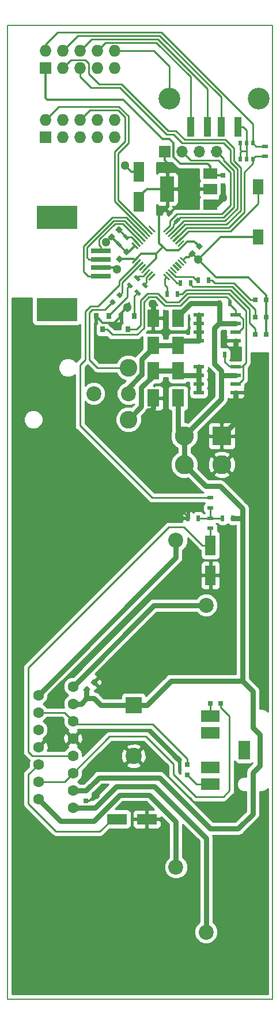
<source format=gbr>
G04 #@! TF.GenerationSoftware,KiCad,Pcbnew,(5.0.0-rc2-dev-311-g1dd4af297)*
G04 #@! TF.CreationDate,2018-05-15T09:42:03+02:00*
G04 #@! TF.ProjectId,resetUSB,72657365745553422E6B696361645F70,1.0*
G04 #@! TF.SameCoordinates,Original*
G04 #@! TF.FileFunction,Copper,L1,Top,Signal*
G04 #@! TF.FilePolarity,Positive*
%FSLAX46Y46*%
G04 Gerber Fmt 4.6, Leading zero omitted, Abs format (unit mm)*
G04 Created by KiCad (PCBNEW (5.0.0-rc2-dev-311-g1dd4af297)) date 05/15/18 09:42:03*
%MOMM*%
%LPD*%
G01*
G04 APERTURE LIST*
%ADD10C,0.200000*%
%ADD11R,3.000000X1.600000*%
%ADD12R,0.750000X0.800000*%
%ADD13C,2.200000*%
%ADD14R,0.800000X0.900000*%
%ADD15C,2.600000*%
%ADD16C,0.750000*%
%ADD17C,0.100000*%
%ADD18R,0.900000X0.500000*%
%ADD19R,2.400000X2.400000*%
%ADD20C,2.400000*%
%ADD21R,1.600000X3.000000*%
%ADD22R,2.000000X1.500000*%
%ADD23R,2.000000X3.800000*%
%ADD24R,0.500000X0.900000*%
%ADD25R,1.600000X2.180000*%
%ADD26C,0.280000*%
%ADD27C,0.500000*%
%ADD28C,3.200000*%
%ADD29R,1.000000X3.000000*%
%ADD30C,0.600000*%
%ADD31R,1.800000X2.500000*%
%ADD32R,0.800000X0.800000*%
%ADD33R,3.000000X0.700000*%
%ADD34R,6.040000X3.400000*%
%ADD35R,1.727200X1.727200*%
%ADD36O,1.727200X1.727200*%
%ADD37O,1.700000X1.700000*%
%ADD38R,1.700000X1.700000*%
%ADD39R,0.510000X0.700000*%
%ADD40R,1.550000X0.600000*%
%ADD41R,2.800000X2.800000*%
%ADD42C,2.800000*%
%ADD43R,0.800000X0.750000*%
%ADD44R,2.700000X1.700000*%
%ADD45R,1.700000X2.700000*%
%ADD46C,1.600000*%
%ADD47C,1.300000*%
%ADD48C,0.750000*%
%ADD49C,0.250000*%
%ADD50C,0.300000*%
%ADD51C,0.254000*%
G04 APERTURE END LIST*
D10*
X46037500Y-161932500D02*
X46037500Y-18932500D01*
X85037500Y-161932500D02*
X46037500Y-161932500D01*
X85037500Y-18932500D02*
X85037500Y-161932500D01*
X46037500Y-18932500D02*
X85037500Y-18932500D01*
D11*
X62125500Y-135518500D03*
X66525500Y-135518500D03*
D12*
X72453500Y-127529500D03*
X72453500Y-129029500D03*
D13*
X75247500Y-104112500D03*
X70807500Y-94582500D03*
D14*
X60034500Y-63614000D03*
X59084500Y-61614000D03*
X60984500Y-61614000D03*
X63717500Y-63614000D03*
X62767500Y-61614000D03*
X64667500Y-61614000D03*
D13*
X58747500Y-73032500D03*
X63827500Y-73032500D03*
D15*
X63827500Y-76842500D03*
X63827500Y-69222500D03*
D16*
X58759830Y-115430170D03*
D17*
G36*
X58742152Y-115978178D02*
X58211822Y-115447848D01*
X58777508Y-114882162D01*
X59307838Y-115412492D01*
X58742152Y-115978178D01*
X58742152Y-115978178D01*
G37*
D16*
X57699170Y-116490830D03*
D17*
G36*
X57681492Y-117038838D02*
X57151162Y-116508508D01*
X57716848Y-115942822D01*
X58247178Y-116473152D01*
X57681492Y-117038838D01*
X57681492Y-117038838D01*
G37*
D18*
X75882500Y-89850000D03*
X75882500Y-88350000D03*
D19*
X64579500Y-118754500D03*
D20*
X64579500Y-126254500D03*
D13*
X70807500Y-142582500D03*
X75247500Y-152112500D03*
D12*
X77760359Y-40971041D03*
X77760359Y-42471041D03*
D21*
X65392300Y-40456100D03*
X65392300Y-44856100D03*
D22*
X75830359Y-45291041D03*
X75830359Y-40691041D03*
X75830359Y-42991041D03*
D23*
X69530359Y-42991041D03*
D24*
X72949500Y-56778500D03*
X71449500Y-56778500D03*
D25*
X82867500Y-42664500D03*
X82867500Y-50064500D03*
D16*
X62525170Y-53266936D03*
D17*
G36*
X62507492Y-53814944D02*
X61977162Y-53284614D01*
X62542848Y-52718928D01*
X63073178Y-53249258D01*
X62507492Y-53814944D01*
X62507492Y-53814944D01*
G37*
D16*
X63585830Y-52206276D03*
D17*
G36*
X63568152Y-52754284D02*
X63037822Y-52223954D01*
X63603508Y-51658268D01*
X64133838Y-52188598D01*
X63568152Y-52754284D01*
X63568152Y-52754284D01*
G37*
D16*
X74253830Y-51422170D03*
D17*
G36*
X74271508Y-50874162D02*
X74801838Y-51404492D01*
X74236152Y-51970178D01*
X73705822Y-51439848D01*
X74271508Y-50874162D01*
X74271508Y-50874162D01*
G37*
D16*
X73193170Y-52482830D03*
D17*
G36*
X73210848Y-51934822D02*
X73741178Y-52465152D01*
X73175492Y-53030838D01*
X72645162Y-52500508D01*
X73210848Y-51934822D01*
X73210848Y-51934822D01*
G37*
D26*
X64805111Y-53438056D03*
D17*
G36*
X64479842Y-53961315D02*
X64281852Y-53763325D01*
X65130380Y-52914797D01*
X65328370Y-53112787D01*
X64479842Y-53961315D01*
X64479842Y-53961315D01*
G37*
D26*
X65158664Y-53791610D03*
D17*
G36*
X64833395Y-54314869D02*
X64635405Y-54116879D01*
X65483933Y-53268351D01*
X65681923Y-53466341D01*
X64833395Y-54314869D01*
X64833395Y-54314869D01*
G37*
D26*
X65512218Y-54145163D03*
D17*
G36*
X65186949Y-54668422D02*
X64988959Y-54470432D01*
X65837487Y-53621904D01*
X66035477Y-53819894D01*
X65186949Y-54668422D01*
X65186949Y-54668422D01*
G37*
D26*
X65865771Y-54498716D03*
D17*
G36*
X65540502Y-55021975D02*
X65342512Y-54823985D01*
X66191040Y-53975457D01*
X66389030Y-54173447D01*
X65540502Y-55021975D01*
X65540502Y-55021975D01*
G37*
D26*
X66219325Y-54852270D03*
D17*
G36*
X65894056Y-55375529D02*
X65696066Y-55177539D01*
X66544594Y-54329011D01*
X66742584Y-54527001D01*
X65894056Y-55375529D01*
X65894056Y-55375529D01*
G37*
D26*
X66572878Y-55205823D03*
D17*
G36*
X66247609Y-55729082D02*
X66049619Y-55531092D01*
X66898147Y-54682564D01*
X67096137Y-54880554D01*
X66247609Y-55729082D01*
X66247609Y-55729082D01*
G37*
D26*
X66926431Y-55559377D03*
D17*
G36*
X66601162Y-56082636D02*
X66403172Y-55884646D01*
X67251700Y-55036118D01*
X67449690Y-55234108D01*
X66601162Y-56082636D01*
X66601162Y-56082636D01*
G37*
D26*
X67279985Y-55912930D03*
D17*
G36*
X66954716Y-56436189D02*
X66756726Y-56238199D01*
X67605254Y-55389671D01*
X67803244Y-55587661D01*
X66954716Y-56436189D01*
X66954716Y-56436189D01*
G37*
D26*
X69401305Y-55912930D03*
D17*
G36*
X69924564Y-56238199D02*
X69726574Y-56436189D01*
X68878046Y-55587661D01*
X69076036Y-55389671D01*
X69924564Y-56238199D01*
X69924564Y-56238199D01*
G37*
D26*
X69754859Y-55559377D03*
D17*
G36*
X70278118Y-55884646D02*
X70080128Y-56082636D01*
X69231600Y-55234108D01*
X69429590Y-55036118D01*
X70278118Y-55884646D01*
X70278118Y-55884646D01*
G37*
D26*
X70108412Y-55205823D03*
D17*
G36*
X70631671Y-55531092D02*
X70433681Y-55729082D01*
X69585153Y-54880554D01*
X69783143Y-54682564D01*
X70631671Y-55531092D01*
X70631671Y-55531092D01*
G37*
D26*
X70461965Y-54852270D03*
D17*
G36*
X70985224Y-55177539D02*
X70787234Y-55375529D01*
X69938706Y-54527001D01*
X70136696Y-54329011D01*
X70985224Y-55177539D01*
X70985224Y-55177539D01*
G37*
D26*
X70815519Y-54498716D03*
D17*
G36*
X71338778Y-54823985D02*
X71140788Y-55021975D01*
X70292260Y-54173447D01*
X70490250Y-53975457D01*
X71338778Y-54823985D01*
X71338778Y-54823985D01*
G37*
D26*
X71169072Y-54145163D03*
D17*
G36*
X71692331Y-54470432D02*
X71494341Y-54668422D01*
X70645813Y-53819894D01*
X70843803Y-53621904D01*
X71692331Y-54470432D01*
X71692331Y-54470432D01*
G37*
D26*
X71522626Y-53791610D03*
D17*
G36*
X72045885Y-54116879D02*
X71847895Y-54314869D01*
X70999367Y-53466341D01*
X71197357Y-53268351D01*
X72045885Y-54116879D01*
X72045885Y-54116879D01*
G37*
D26*
X71876179Y-53438056D03*
D17*
G36*
X72399438Y-53763325D02*
X72201448Y-53961315D01*
X71352920Y-53112787D01*
X71550910Y-52914797D01*
X72399438Y-53763325D01*
X72399438Y-53763325D01*
G37*
D26*
X71876179Y-51316736D03*
D17*
G36*
X71550910Y-51839995D02*
X71352920Y-51642005D01*
X72201448Y-50793477D01*
X72399438Y-50991467D01*
X71550910Y-51839995D01*
X71550910Y-51839995D01*
G37*
D26*
X71522626Y-50963182D03*
D17*
G36*
X71197357Y-51486441D02*
X70999367Y-51288451D01*
X71847895Y-50439923D01*
X72045885Y-50637913D01*
X71197357Y-51486441D01*
X71197357Y-51486441D01*
G37*
D26*
X71169072Y-50609629D03*
D17*
G36*
X70843803Y-51132888D02*
X70645813Y-50934898D01*
X71494341Y-50086370D01*
X71692331Y-50284360D01*
X70843803Y-51132888D01*
X70843803Y-51132888D01*
G37*
D26*
X70815519Y-50256076D03*
D17*
G36*
X70490250Y-50779335D02*
X70292260Y-50581345D01*
X71140788Y-49732817D01*
X71338778Y-49930807D01*
X70490250Y-50779335D01*
X70490250Y-50779335D01*
G37*
D26*
X70461965Y-49902522D03*
D17*
G36*
X70136696Y-50425781D02*
X69938706Y-50227791D01*
X70787234Y-49379263D01*
X70985224Y-49577253D01*
X70136696Y-50425781D01*
X70136696Y-50425781D01*
G37*
D26*
X70108412Y-49548969D03*
D17*
G36*
X69783143Y-50072228D02*
X69585153Y-49874238D01*
X70433681Y-49025710D01*
X70631671Y-49223700D01*
X69783143Y-50072228D01*
X69783143Y-50072228D01*
G37*
D26*
X69754859Y-49195415D03*
D17*
G36*
X69429590Y-49718674D02*
X69231600Y-49520684D01*
X70080128Y-48672156D01*
X70278118Y-48870146D01*
X69429590Y-49718674D01*
X69429590Y-49718674D01*
G37*
D26*
X69401305Y-48841862D03*
D17*
G36*
X69076036Y-49365121D02*
X68878046Y-49167131D01*
X69726574Y-48318603D01*
X69924564Y-48516593D01*
X69076036Y-49365121D01*
X69076036Y-49365121D01*
G37*
D26*
X67279985Y-48841862D03*
D17*
G36*
X67803244Y-49167131D02*
X67605254Y-49365121D01*
X66756726Y-48516593D01*
X66954716Y-48318603D01*
X67803244Y-49167131D01*
X67803244Y-49167131D01*
G37*
D26*
X66926431Y-49195415D03*
D17*
G36*
X67449690Y-49520684D02*
X67251700Y-49718674D01*
X66403172Y-48870146D01*
X66601162Y-48672156D01*
X67449690Y-49520684D01*
X67449690Y-49520684D01*
G37*
D26*
X66572878Y-49548969D03*
D17*
G36*
X67096137Y-49874238D02*
X66898147Y-50072228D01*
X66049619Y-49223700D01*
X66247609Y-49025710D01*
X67096137Y-49874238D01*
X67096137Y-49874238D01*
G37*
D26*
X66219325Y-49902522D03*
D17*
G36*
X66742584Y-50227791D02*
X66544594Y-50425781D01*
X65696066Y-49577253D01*
X65894056Y-49379263D01*
X66742584Y-50227791D01*
X66742584Y-50227791D01*
G37*
D26*
X65865771Y-50256076D03*
D17*
G36*
X66389030Y-50581345D02*
X66191040Y-50779335D01*
X65342512Y-49930807D01*
X65540502Y-49732817D01*
X66389030Y-50581345D01*
X66389030Y-50581345D01*
G37*
D26*
X65512218Y-50609629D03*
D17*
G36*
X66035477Y-50934898D02*
X65837487Y-51132888D01*
X64988959Y-50284360D01*
X65186949Y-50086370D01*
X66035477Y-50934898D01*
X66035477Y-50934898D01*
G37*
D26*
X65158664Y-50963182D03*
D17*
G36*
X65681923Y-51288451D02*
X65483933Y-51486441D01*
X64635405Y-50637913D01*
X64833395Y-50439923D01*
X65681923Y-51288451D01*
X65681923Y-51288451D01*
G37*
D26*
X64805111Y-51316736D03*
D17*
G36*
X65328370Y-51642005D02*
X65130380Y-51839995D01*
X64281852Y-50991467D01*
X64479842Y-50793477D01*
X65328370Y-51642005D01*
X65328370Y-51642005D01*
G37*
D27*
X65109830Y-56053947D03*
D17*
G36*
X65251251Y-56548922D02*
X64614855Y-55912526D01*
X64968409Y-55558972D01*
X65604805Y-56195368D01*
X65251251Y-56548922D01*
X65251251Y-56548922D01*
G37*
D27*
X64049170Y-57114607D03*
D17*
G36*
X64190591Y-57609582D02*
X63554195Y-56973186D01*
X63907749Y-56619632D01*
X64544145Y-57256028D01*
X64190591Y-57609582D01*
X64190591Y-57609582D01*
G37*
D27*
X69891170Y-46596170D03*
D17*
G36*
X70386145Y-46454749D02*
X69749749Y-47091145D01*
X69396195Y-46737591D01*
X70032591Y-46101195D01*
X70386145Y-46454749D01*
X70386145Y-46454749D01*
G37*
D27*
X70951830Y-47656830D03*
D17*
G36*
X71446805Y-47515409D02*
X70810409Y-48151805D01*
X70456855Y-47798251D01*
X71093251Y-47161855D01*
X71446805Y-47515409D01*
X71446805Y-47515409D01*
G37*
D28*
X83011500Y-29686500D03*
X69871500Y-29686500D03*
D29*
X75441500Y-33896500D03*
X72941500Y-33896500D03*
X77441500Y-33896500D03*
X79941500Y-33896500D03*
D27*
X66252830Y-57137170D03*
D17*
G36*
X66394251Y-57632145D02*
X65757855Y-56995749D01*
X66111409Y-56642195D01*
X66747805Y-57278591D01*
X66394251Y-57632145D01*
X66394251Y-57632145D01*
G37*
D27*
X65192170Y-58197830D03*
D17*
G36*
X65333591Y-58692805D02*
X64697195Y-58056409D01*
X65050749Y-57702855D01*
X65687145Y-58339251D01*
X65333591Y-58692805D01*
X65333591Y-58692805D01*
G37*
D27*
X62422161Y-51111674D03*
D17*
G36*
X62563582Y-51606649D02*
X61927186Y-50970253D01*
X62280740Y-50616699D01*
X62917136Y-51253095D01*
X62563582Y-51606649D01*
X62563582Y-51606649D01*
G37*
D27*
X63482821Y-50051014D03*
D17*
G36*
X63624242Y-50545989D02*
X62987846Y-49909593D01*
X63341400Y-49556039D01*
X63977796Y-50192435D01*
X63624242Y-50545989D01*
X63624242Y-50545989D01*
G37*
D16*
X61353015Y-50025558D03*
D17*
G36*
X61370693Y-49477550D02*
X61901023Y-50007880D01*
X61335337Y-50573566D01*
X60805007Y-50043236D01*
X61370693Y-49477550D01*
X61370693Y-49477550D01*
G37*
D16*
X62413675Y-48964898D03*
D17*
G36*
X62431353Y-48416890D02*
X62961683Y-48947220D01*
X62395997Y-49512906D01*
X61865667Y-48982576D01*
X62431353Y-48416890D01*
X62431353Y-48416890D01*
G37*
D30*
X61544525Y-59559475D03*
D17*
G36*
X61509170Y-59099856D02*
X62004144Y-59594830D01*
X61579880Y-60019094D01*
X61084906Y-59524120D01*
X61509170Y-59099856D01*
X61509170Y-59099856D01*
G37*
D30*
X62534475Y-58569525D03*
D17*
G36*
X62499120Y-58109906D02*
X62994094Y-58604880D01*
X62569830Y-59029144D01*
X62074856Y-58534170D01*
X62499120Y-58109906D01*
X62499120Y-58109906D01*
G37*
D31*
X67445000Y-65960200D03*
X67445000Y-61960200D03*
D32*
X84072000Y-64361500D03*
X82472000Y-64361500D03*
X84072000Y-61821500D03*
X82472000Y-61821500D03*
X84072000Y-59281500D03*
X82472000Y-59281500D03*
D33*
X59737500Y-55807500D03*
X59737500Y-52057500D03*
X59737500Y-54557500D03*
X59737500Y-53307500D03*
D34*
X53317500Y-60732500D03*
X53317500Y-47132500D03*
D24*
X74116500Y-56397500D03*
X75616500Y-56397500D03*
X69544500Y-58429500D03*
X71044500Y-58429500D03*
D18*
X83883500Y-38224500D03*
X83883500Y-36724500D03*
D35*
X51625500Y-25242500D03*
D36*
X51625500Y-22702500D03*
X54165500Y-25242500D03*
X54165500Y-22702500D03*
X56705500Y-25242500D03*
X56705500Y-22702500D03*
X59245500Y-25242500D03*
X59245500Y-22702500D03*
X61785500Y-25242500D03*
X61785500Y-22702500D03*
X61785500Y-32862500D03*
X61785500Y-35402500D03*
X59245500Y-32862500D03*
X59245500Y-35402500D03*
X56705500Y-32862500D03*
X56705500Y-35402500D03*
X54165500Y-32862500D03*
X54165500Y-35402500D03*
X51625500Y-32862500D03*
D35*
X51625500Y-35402500D03*
D37*
X76771500Y-37474500D03*
X74231500Y-37474500D03*
X71691500Y-37474500D03*
D38*
X69151500Y-37474500D03*
D39*
X80228400Y-36277800D03*
X81178400Y-36277800D03*
X82128400Y-36277800D03*
X82128400Y-38597800D03*
X81178400Y-38597800D03*
X80228400Y-38597800D03*
D24*
X76474000Y-67295600D03*
X77974000Y-67295600D03*
D40*
X74155700Y-72883600D03*
X74155700Y-71613600D03*
X74155700Y-70343600D03*
X74155700Y-69073600D03*
X79555700Y-69073600D03*
X79555700Y-70343600D03*
X79555700Y-71613600D03*
X79555700Y-72883600D03*
D24*
X77236000Y-59777200D03*
X78736000Y-59777200D03*
D40*
X74155700Y-65263600D03*
X74155700Y-63993600D03*
X74155700Y-62723600D03*
X74155700Y-61453600D03*
X79555700Y-61453600D03*
X79555700Y-62723600D03*
X79555700Y-63993600D03*
X79555700Y-65263600D03*
D41*
X77533500Y-79257500D03*
D42*
X77533500Y-83457500D03*
X72033500Y-79257500D03*
X72033500Y-83457500D03*
D31*
X71128000Y-65960200D03*
X71128000Y-61960200D03*
X71128000Y-69707200D03*
X71128000Y-73707200D03*
X67445000Y-69707200D03*
X67445000Y-73707200D03*
D21*
X75882500Y-99704500D03*
X75882500Y-95304500D03*
D43*
X75894500Y-118500500D03*
X77394500Y-118500500D03*
D18*
X75882500Y-91334500D03*
X75882500Y-92834500D03*
D24*
X72592500Y-91322500D03*
X74092500Y-91322500D03*
X77672500Y-91322500D03*
X79172500Y-91322500D03*
D44*
X75857500Y-130394500D03*
X75857500Y-120394500D03*
X75857500Y-127894500D03*
X75857500Y-122894500D03*
D45*
X80857500Y-125394500D03*
D46*
X50587500Y-124932500D03*
X50587500Y-127472500D03*
X50587500Y-130012500D03*
X50587500Y-132552500D03*
X50587500Y-122392500D03*
X50587500Y-119852500D03*
X50587500Y-117312500D03*
X55667500Y-133822500D03*
X55667500Y-131282500D03*
X55667500Y-128742500D03*
X55667500Y-126202500D03*
X55667500Y-123662500D03*
X55667500Y-121122500D03*
X55667500Y-118582500D03*
X55667500Y-116042500D03*
D12*
X57594500Y-132839500D03*
X57594500Y-131339500D03*
D47*
X60515499Y-50822977D03*
X63360300Y-39567100D03*
X77760359Y-44261041D03*
X74104500Y-53349500D03*
X69151500Y-136534500D03*
X58991500Y-131962500D03*
X59753500Y-114436500D03*
X63690500Y-60334500D03*
X72326500Y-99704500D03*
X71691500Y-90243000D03*
X62166500Y-54746500D03*
X67373500Y-59826500D03*
X66873500Y-75798500D03*
X79510000Y-67143200D03*
D48*
X82105500Y-134756500D02*
X82105500Y-128660500D01*
X57594500Y-131339500D02*
X59511500Y-129422500D01*
X79929500Y-136932500D02*
X82105500Y-134756500D01*
X75899500Y-136932500D02*
X79929500Y-136932500D01*
X68389500Y-129422500D02*
X75899500Y-136932500D01*
X59511500Y-129422500D02*
X68389500Y-129422500D01*
X82105500Y-116722500D02*
X80581500Y-115198500D01*
X82105500Y-128660500D02*
X83121500Y-127644500D01*
X83121500Y-127644500D02*
X83121500Y-123072500D01*
X83121500Y-123072500D02*
X82105500Y-122056500D01*
X82105500Y-122056500D02*
X82105500Y-116722500D01*
X80581500Y-115198500D02*
X70085500Y-115198500D01*
X70085500Y-115198500D02*
X66529500Y-118754500D01*
X66529500Y-118754500D02*
X64579500Y-118754500D01*
X80581500Y-115198500D02*
X80581500Y-91322500D01*
X55724500Y-131339500D02*
X55667500Y-131282500D01*
X57594500Y-131339500D02*
X55724500Y-131339500D01*
X58759830Y-117760830D02*
X59753500Y-118754500D01*
X57699170Y-117760830D02*
X58759830Y-117760830D01*
X59753500Y-118754500D02*
X64579500Y-118754500D01*
X56877500Y-118582500D02*
X57699170Y-117760830D01*
X57699170Y-117760830D02*
X57699170Y-116490830D01*
X55667500Y-118582500D02*
X56877500Y-118582500D01*
D49*
X63482821Y-50051014D02*
X64246496Y-50051014D01*
X62413675Y-48964898D02*
X62413675Y-48981868D01*
X62413675Y-48981868D02*
X63482821Y-50051014D01*
X62928500Y-56728881D02*
X62928500Y-58175500D01*
X65512218Y-54145163D02*
X62928500Y-56728881D01*
X62928500Y-58175500D02*
X62534475Y-58569525D01*
D50*
X61312918Y-50025558D02*
X60515499Y-50822977D01*
X61353015Y-50025558D02*
X61312918Y-50025558D01*
X59737500Y-54557500D02*
X61977500Y-54557500D01*
X61977500Y-54557500D02*
X62166500Y-54746500D01*
X84072000Y-58581500D02*
X81423000Y-55932500D01*
X84072000Y-59281500D02*
X84072000Y-58581500D01*
X81423000Y-55932500D02*
X76687500Y-55932500D01*
X76687500Y-55932500D02*
X74104500Y-53349500D01*
X82867500Y-50064500D02*
X77389500Y-50064500D01*
X77389500Y-50064500D02*
X74104500Y-53349500D01*
X84072000Y-61821500D02*
X84072000Y-59281500D01*
X84072000Y-64361500D02*
X84072000Y-61821500D01*
X65392300Y-40456100D02*
X64249300Y-40456100D01*
D48*
X77760359Y-42471041D02*
X77760359Y-44261041D01*
D50*
X64249300Y-40456100D02*
X63360300Y-39567100D01*
D48*
X76730359Y-45291041D02*
X77760359Y-44261041D01*
X76730359Y-45291041D02*
X75830359Y-45291041D01*
D50*
X73237830Y-52482830D02*
X74104500Y-53349500D01*
X73193170Y-52482830D02*
X73237830Y-52482830D01*
X72707500Y-52968500D02*
X73193170Y-52482830D01*
X72707500Y-52968500D02*
X72345735Y-52968500D01*
X72345735Y-52968500D02*
X71876179Y-53438056D01*
D48*
X71128000Y-73707200D02*
X71128000Y-78352000D01*
X71128000Y-78352000D02*
X72033500Y-79257500D01*
X72033500Y-79257500D02*
X77478000Y-73813000D01*
X77478000Y-73813000D02*
X77478000Y-70318200D01*
X80581500Y-91322500D02*
X80581500Y-89925500D01*
X79172500Y-91322500D02*
X80581500Y-91322500D01*
X75199500Y-86623500D02*
X77279500Y-86623500D01*
X72033500Y-83457500D02*
X75199500Y-86623500D01*
X77279500Y-86623500D02*
X80581500Y-89925500D01*
X72033500Y-79257500D02*
X72033500Y-83457500D01*
D49*
X59243500Y-69222500D02*
X58102500Y-68081500D01*
X63827500Y-69222500D02*
X59243500Y-69222500D01*
X58102500Y-68081500D02*
X58102500Y-61096500D01*
X58102500Y-61096500D02*
X58483500Y-60715500D01*
X58483500Y-60715500D02*
X60388500Y-60715500D01*
X60388500Y-60715500D02*
X61544525Y-59559475D01*
X63690500Y-58858000D02*
X63690500Y-57473277D01*
X63690500Y-57473277D02*
X64049170Y-57114607D01*
X60984500Y-61614000D02*
X60984500Y-61564000D01*
X60984500Y-61564000D02*
X63690500Y-58858000D01*
X61459501Y-64389001D02*
X65096999Y-64389001D01*
X60684500Y-63614000D02*
X61459501Y-64389001D01*
X60034500Y-63614000D02*
X60684500Y-63614000D01*
X66103500Y-59572500D02*
X66824501Y-58851499D01*
X78262000Y-58810500D02*
X78736000Y-59284500D01*
X66103500Y-63382500D02*
X66103500Y-59572500D01*
X65096999Y-64389001D02*
X66103500Y-63382500D01*
X78736000Y-59284500D02*
X78736000Y-59777200D01*
X71445500Y-60080500D02*
X72715500Y-58810500D01*
X66824501Y-58851499D02*
X67922499Y-58851499D01*
X67922499Y-58851499D02*
X69151500Y-60080500D01*
X69151500Y-60080500D02*
X71445500Y-60080500D01*
X72715500Y-58810500D02*
X78262000Y-58810500D01*
X63717500Y-63614000D02*
X64983000Y-63614000D01*
X68135500Y-58302500D02*
X69405500Y-59572500D01*
X66611500Y-58302500D02*
X68135500Y-58302500D01*
X65595500Y-59318500D02*
X66611500Y-58302500D01*
X65595500Y-63001500D02*
X65595500Y-59318500D01*
X64983000Y-63614000D02*
X65595500Y-63001500D01*
X69405500Y-59572500D02*
X71183500Y-59572500D01*
X81105711Y-60861909D02*
X81105711Y-68489091D01*
X71183500Y-59572500D02*
X72453500Y-58302500D01*
X72453500Y-58302500D02*
X78546302Y-58302500D01*
X81105711Y-68489091D02*
X80648202Y-68946600D01*
X78546302Y-58302500D02*
X81105711Y-60861909D01*
X64667500Y-61614000D02*
X64667500Y-58722500D01*
X64667500Y-58722500D02*
X65192170Y-58197830D01*
X71945500Y-92592500D02*
X74657500Y-95304500D01*
X69786500Y-92592500D02*
X71945500Y-92592500D01*
X49085500Y-113293500D02*
X69786500Y-92592500D01*
X49675500Y-126202500D02*
X49085500Y-125612500D01*
X74657500Y-95304500D02*
X75882500Y-95304500D01*
X49085500Y-125612500D02*
X49085500Y-113293500D01*
X55667500Y-126202500D02*
X49675500Y-126202500D01*
X75882500Y-92834500D02*
X75882500Y-95304500D01*
D50*
X68325500Y-135518500D02*
X69151500Y-136344500D01*
X66525500Y-135518500D02*
X68325500Y-135518500D01*
X69151500Y-136344500D02*
X69151500Y-136534500D01*
X58114500Y-132839500D02*
X58991500Y-131962500D01*
X57594500Y-132839500D02*
X58114500Y-132839500D01*
X58759830Y-115430170D02*
X59753500Y-114436500D01*
D48*
X79555700Y-72883600D02*
X79555700Y-77235300D01*
X79555700Y-77235300D02*
X77533500Y-79257500D01*
D50*
X59084500Y-61664000D02*
X60041000Y-62620500D01*
X62767500Y-61614000D02*
X62767500Y-61257500D01*
X60041000Y-62620500D02*
X61811000Y-62620500D01*
X61811000Y-62620500D02*
X62767500Y-61664000D01*
X62767500Y-61257500D02*
X63690500Y-60334500D01*
D49*
X75882500Y-99704500D02*
X72326500Y-99704500D01*
X72592500Y-91144000D02*
X71691500Y-90243000D01*
X72592500Y-91322500D02*
X72592500Y-91144000D01*
D50*
X63915570Y-52206276D02*
X63482821Y-52206276D01*
X64805111Y-51316735D02*
X63915570Y-52206276D01*
X63482821Y-52206276D02*
X62422161Y-51145616D01*
X62422161Y-51111674D02*
X61353015Y-50042529D01*
X62422161Y-51145616D02*
X62422161Y-51111674D01*
X61353015Y-50042529D02*
X61353015Y-50025558D01*
D48*
X61989500Y-54569500D02*
X62166500Y-54746500D01*
X67445000Y-59898000D02*
X67373500Y-59826500D01*
X67445000Y-61960200D02*
X67445000Y-59898000D01*
X67445000Y-75227000D02*
X66873500Y-75798500D01*
X67445000Y-73707200D02*
X67445000Y-75227000D01*
X79555700Y-65263600D02*
X79555700Y-67097500D01*
X79555700Y-67097500D02*
X79510000Y-67143200D01*
D50*
X69880508Y-35663508D02*
X70421500Y-36204500D01*
X68864508Y-35663508D02*
X69880508Y-35663508D01*
X63055500Y-29854500D02*
X68864508Y-35663508D01*
X51879500Y-29854500D02*
X63055500Y-29854500D01*
X51625500Y-25242500D02*
X51625500Y-29600500D01*
X51625500Y-29600500D02*
X51879500Y-29854500D01*
X70421500Y-36204500D02*
X70421500Y-38236500D01*
X70421500Y-38236500D02*
X71437500Y-39252500D01*
X71437500Y-39252500D02*
X75441818Y-39252500D01*
X75441818Y-39252500D02*
X75830359Y-39641041D01*
X75830359Y-39641041D02*
X75830359Y-40691041D01*
X76110359Y-40971041D02*
X77760359Y-40971041D01*
X75830359Y-40691041D02*
X76110359Y-40971041D01*
X77760359Y-40971041D02*
X77760359Y-40996041D01*
X69643683Y-46348683D02*
X69151500Y-45856500D01*
X69891170Y-46596170D02*
X69643683Y-46348683D01*
X69530359Y-42991041D02*
X70830359Y-42991041D01*
X70830359Y-42991041D02*
X75830359Y-42991041D01*
X69530359Y-39123359D02*
X69151500Y-38744500D01*
X69151500Y-38744500D02*
X69151500Y-37474500D01*
X69530359Y-42991041D02*
X69530359Y-39123359D01*
X69530359Y-42991041D02*
X66557359Y-42991041D01*
X66557359Y-42991041D02*
X65392300Y-44156100D01*
X65392300Y-44156100D02*
X65392300Y-44856100D01*
X69151500Y-45856500D02*
X69530359Y-45477641D01*
X68340645Y-46667355D02*
X69151500Y-45856500D01*
X69530359Y-45477641D02*
X69530359Y-42991041D01*
X68340645Y-50951145D02*
X68340645Y-46667355D01*
X72510415Y-50682500D02*
X73514160Y-50682500D01*
X71876179Y-51316736D02*
X72510415Y-50682500D01*
X73514160Y-50682500D02*
X74253830Y-51422170D01*
X62525170Y-53266936D02*
X64633991Y-53266936D01*
X64633991Y-53266936D02*
X64805111Y-53438056D01*
X68897500Y-51508000D02*
X68340645Y-50951145D01*
X66219324Y-54852269D02*
X67881500Y-53190093D01*
X67881500Y-52524000D02*
X65719167Y-52524000D01*
X71876178Y-51316735D02*
X71176913Y-52016000D01*
X69405500Y-52016000D02*
X68897500Y-51508000D01*
X67881500Y-52524000D02*
X68897500Y-51508000D01*
X67881500Y-53190093D02*
X67881500Y-52524000D01*
X65719167Y-52524000D02*
X64805111Y-53438056D01*
X71176913Y-52016000D02*
X69405500Y-52016000D01*
D48*
X71128000Y-61660000D02*
X73010800Y-59777200D01*
X71128000Y-61960200D02*
X71128000Y-61660000D01*
X73010800Y-59777200D02*
X77236000Y-59777200D01*
X77503400Y-70343600D02*
X77478000Y-70318200D01*
X77757400Y-70343600D02*
X77503400Y-70343600D01*
X76474000Y-68679200D02*
X76474000Y-67295600D01*
X77236000Y-62686200D02*
X77273400Y-62723600D01*
X77273400Y-62723600D02*
X79555700Y-62723600D01*
X77236000Y-62686200D02*
X76474000Y-63448200D01*
X77236000Y-59777200D02*
X77236000Y-62686200D01*
X77478000Y-69683200D02*
X76474000Y-68679200D01*
X77757400Y-70343600D02*
X79555700Y-70343600D01*
X77478000Y-70318200D02*
X77478000Y-69683200D01*
X76474000Y-63448200D02*
X76474000Y-67295600D01*
X65795000Y-70232500D02*
X63827500Y-72200000D01*
X63827500Y-72200000D02*
X63827500Y-73032500D01*
X74155700Y-65263600D02*
X71824600Y-65263600D01*
X71824600Y-65263600D02*
X71128000Y-65960200D01*
X74155700Y-62723600D02*
X74155700Y-61453600D01*
X74155700Y-63993600D02*
X74155700Y-62723600D01*
X74155700Y-65263600D02*
X74155700Y-63993600D01*
X71128000Y-65960200D02*
X71145800Y-65960200D01*
X65795000Y-70295000D02*
X65795000Y-70232500D01*
X65795000Y-70232500D02*
X65795000Y-67960200D01*
X65795000Y-67960200D02*
X67445000Y-66310200D01*
X67445000Y-66310200D02*
X67445000Y-65960200D01*
X67445000Y-65960200D02*
X71128000Y-65960200D01*
X67445000Y-70423000D02*
X65722500Y-72145500D01*
X67445000Y-69707200D02*
X67445000Y-70423000D01*
X65722500Y-72145500D02*
X65722500Y-74947500D01*
X65722500Y-74947500D02*
X63827500Y-76842500D01*
X74155700Y-70343600D02*
X71764400Y-70343600D01*
X71764400Y-70343600D02*
X71128000Y-69707200D01*
X74155700Y-70343600D02*
X74155700Y-69073600D01*
X74155700Y-70089600D02*
X74155700Y-71359600D01*
X74155700Y-71994600D02*
X74155700Y-72629600D01*
X67445000Y-69707200D02*
X71128000Y-69707200D01*
X74155700Y-71359600D02*
X74155700Y-71994600D01*
D49*
X71690090Y-58429500D02*
X71044500Y-58429500D01*
X72325090Y-57794500D02*
X71690090Y-58429500D01*
X82472000Y-64361500D02*
X82472000Y-63495000D01*
X81597500Y-60588500D02*
X78803500Y-57794500D01*
X81597500Y-62620500D02*
X81597500Y-60588500D01*
X82472000Y-63495000D02*
X81597500Y-62620500D01*
X78803500Y-57794500D02*
X72325090Y-57794500D01*
X72949500Y-57020500D02*
X73215500Y-57286500D01*
X72949500Y-56778500D02*
X72949500Y-57020500D01*
X73215500Y-57286500D02*
X79057500Y-57286500D01*
X79057500Y-57286500D02*
X82472000Y-60701000D01*
X82472000Y-60701000D02*
X82472000Y-61821500D01*
X81814500Y-59281500D02*
X79311500Y-56778500D01*
X82472000Y-59281500D02*
X81814500Y-59281500D01*
X79311500Y-56778500D02*
X76517500Y-56778500D01*
X76517500Y-56778500D02*
X76136500Y-56397500D01*
X76136500Y-56397500D02*
X75616500Y-56397500D01*
X77787500Y-38744500D02*
X77787500Y-38490500D01*
X79311500Y-40268500D02*
X77787500Y-38744500D01*
X79311500Y-45602500D02*
X79311500Y-40268500D01*
X77787500Y-47126500D02*
X79311500Y-45602500D01*
X70951830Y-47656830D02*
X71482160Y-47126500D01*
X71482160Y-47126500D02*
X77787500Y-47126500D01*
X77787500Y-38490500D02*
X76771500Y-37474500D01*
X70421500Y-48528774D02*
X70421500Y-48187160D01*
X70421500Y-48187160D02*
X70951830Y-47656830D01*
X69754859Y-49195415D02*
X70421500Y-48528774D01*
X78803500Y-38998500D02*
X78803500Y-37221498D01*
X79819500Y-40014500D02*
X78803500Y-38998500D01*
X79819500Y-45856500D02*
X79819500Y-40014500D01*
X77978000Y-47698000D02*
X79819500Y-45856500D01*
X62547500Y-28076500D02*
X58318186Y-28076500D01*
X70108412Y-49548969D02*
X71959381Y-47698000D01*
X69405500Y-34934500D02*
X62547500Y-28076500D01*
X71959381Y-47698000D02*
X77978000Y-47698000D01*
X78803500Y-37221498D02*
X77786502Y-36204500D01*
X77786502Y-36204500D02*
X71691500Y-36204500D01*
X71691500Y-36204500D02*
X70421500Y-34934500D01*
X70421500Y-34934500D02*
X69405500Y-34934500D01*
X58318186Y-28076500D02*
X56705500Y-26463814D01*
X56705500Y-26463814D02*
X56705500Y-25242500D01*
X72158487Y-48206000D02*
X78232000Y-48206000D01*
X70461965Y-49902522D02*
X72158487Y-48206000D01*
X55395500Y-24012500D02*
X55029099Y-24378901D01*
X72098912Y-35721501D02*
X70803911Y-34426500D01*
X70803911Y-34426500D02*
X69659500Y-34426500D01*
X59499500Y-27568500D02*
X57975500Y-26044500D01*
X57467500Y-24012500D02*
X55395500Y-24012500D01*
X57975500Y-26044500D02*
X57975500Y-24520500D01*
X69659500Y-34426500D02*
X62801500Y-27568500D01*
X62801500Y-27568500D02*
X59499500Y-27568500D01*
X78232000Y-48206000D02*
X80327500Y-46110500D01*
X80327500Y-46110500D02*
X80327500Y-39886090D01*
X80327500Y-39886090D02*
X79311500Y-38870090D01*
X79311500Y-38870090D02*
X79311500Y-36966500D01*
X79311500Y-36966500D02*
X78066501Y-35721501D01*
X78066501Y-35721501D02*
X72098912Y-35721501D01*
X57975500Y-24520500D02*
X57467500Y-24012500D01*
X55029099Y-24378901D02*
X54165500Y-25242500D01*
X51625500Y-21726500D02*
X53403500Y-19948500D01*
X51625500Y-22702500D02*
X51625500Y-21726500D01*
X53403500Y-19948500D02*
X68643500Y-19948500D01*
X68643500Y-19948500D02*
X82128400Y-33433400D01*
X82128400Y-33433400D02*
X82128400Y-36277800D01*
X83883500Y-36724500D02*
X82575100Y-36724500D01*
X82575100Y-36724500D02*
X82128400Y-36277800D01*
X78736000Y-59977200D02*
X79555700Y-60796900D01*
X78736000Y-59777200D02*
X78736000Y-59977200D01*
X79555700Y-60796900D02*
X79555700Y-61453600D01*
X80030700Y-61453600D02*
X79555700Y-61453600D01*
X80655701Y-62723600D02*
X80655701Y-62078601D01*
X80030700Y-63993600D02*
X80655701Y-63368599D01*
X80655701Y-62078601D02*
X80030700Y-61453600D01*
X79555700Y-63993600D02*
X80030700Y-63993600D01*
X80655701Y-63368599D02*
X80655701Y-62723600D01*
X77974000Y-67295600D02*
X77974000Y-68401200D01*
X78621000Y-69048200D02*
X79530300Y-69048200D01*
X79530300Y-69048200D02*
X79555700Y-69073600D01*
X77974000Y-68401200D02*
X78621000Y-69048200D01*
X80030700Y-71613600D02*
X80655701Y-70988599D01*
X79555700Y-71613600D02*
X80030700Y-71613600D01*
X80030700Y-69073600D02*
X79555700Y-69073600D01*
X80655701Y-70988599D02*
X80655701Y-69208099D01*
X80655701Y-68954099D02*
X80648202Y-68946600D01*
X80655701Y-69208099D02*
X80655701Y-68954099D01*
X80521202Y-69073600D02*
X80648202Y-68946600D01*
X79555700Y-69073600D02*
X80521202Y-69073600D01*
X80655701Y-69208099D02*
X80521202Y-69073600D01*
X82128400Y-38597800D02*
X82128400Y-39229600D01*
X72415585Y-48656010D02*
X70815519Y-50256076D01*
X72415585Y-48656010D02*
X78543990Y-48656010D01*
X78543990Y-48656010D02*
X80835500Y-46364500D01*
X80835500Y-46364500D02*
X80835500Y-40522500D01*
X82128400Y-39229600D02*
X80835500Y-40522500D01*
X83883500Y-38224500D02*
X82501700Y-38224500D01*
X82501700Y-38224500D02*
X82128400Y-38597800D01*
X67587500Y-22702500D02*
X69871500Y-24986500D01*
X61785500Y-22702500D02*
X67587500Y-22702500D01*
X69871500Y-24986500D02*
X69871500Y-29686500D01*
X56411500Y-20456500D02*
X68389500Y-20456500D01*
X54165500Y-22702500D02*
X56411500Y-20456500D01*
X68389500Y-20456500D02*
X77441500Y-29508500D01*
X77441500Y-29508500D02*
X77441500Y-32146500D01*
X77441500Y-32146500D02*
X77441500Y-33896500D01*
X60475500Y-21472500D02*
X67881500Y-21472500D01*
X59245500Y-22702500D02*
X60475500Y-21472500D01*
X67881500Y-21472500D02*
X72941500Y-26532500D01*
X72941500Y-26532500D02*
X72941500Y-33896500D01*
X58443500Y-20964500D02*
X68135500Y-20964500D01*
X56705500Y-22702500D02*
X58443500Y-20964500D01*
X68135500Y-20964500D02*
X75441500Y-28270500D01*
X75441500Y-28270500D02*
X75441500Y-32146500D01*
X75441500Y-32146500D02*
X75441500Y-33896500D01*
X81178400Y-36277800D02*
X81178400Y-34383400D01*
X81178400Y-34383400D02*
X80691500Y-33896500D01*
X80691500Y-33896500D02*
X79941500Y-33896500D01*
X81178400Y-37437800D02*
X81178400Y-38597800D01*
X81178400Y-37437800D02*
X81178400Y-36277800D01*
X80228400Y-37249800D02*
X80228400Y-36277800D01*
X80416400Y-37437800D02*
X80228400Y-37249800D01*
X80228400Y-37625800D02*
X80228400Y-38597800D01*
X80416400Y-37437800D02*
X80228400Y-37625800D01*
X81178400Y-37437800D02*
X80416400Y-37437800D01*
X77533500Y-46618500D02*
X70929500Y-46618500D01*
X78803500Y-45348500D02*
X77533500Y-46618500D01*
X78803500Y-40522500D02*
X78803500Y-45348500D01*
X77025500Y-38744500D02*
X78803500Y-40522500D01*
X71691500Y-37474500D02*
X72961500Y-38744500D01*
X72961500Y-38744500D02*
X77025500Y-38744500D01*
X69913500Y-47634500D02*
X69913500Y-48329667D01*
X70929500Y-46618500D02*
X69913500Y-47634500D01*
X69913500Y-48329667D02*
X69401305Y-48841862D01*
X64246496Y-50051014D02*
X65158664Y-50963182D01*
X57271490Y-55135990D02*
X57943000Y-55807500D01*
X57943000Y-55807500D02*
X59737500Y-55807500D01*
X57271490Y-51397686D02*
X61477314Y-47191862D01*
X61923925Y-47191862D02*
X61923932Y-47191869D01*
X61477314Y-47191862D02*
X61923925Y-47191862D01*
X61923932Y-47191869D02*
X63508671Y-47191869D01*
X57271490Y-55135990D02*
X57271490Y-51397686D01*
X66219325Y-49902522D02*
X63508671Y-47191869D01*
X63508671Y-47191869D02*
X63508663Y-47191861D01*
X59737500Y-52057500D02*
X59737500Y-51457500D01*
X59737500Y-51457500D02*
X59540499Y-51260499D01*
X59540499Y-51260499D02*
X59540499Y-50401497D01*
X61850116Y-48091880D02*
X59540499Y-50401497D01*
X62994469Y-48091880D02*
X61850116Y-48091880D01*
X65512218Y-50609629D02*
X62994469Y-48091880D01*
X59737500Y-53307500D02*
X57987500Y-53307500D01*
X57987500Y-53307500D02*
X57721500Y-53041500D01*
X57721500Y-53041500D02*
X57721500Y-51584086D01*
X57721500Y-51584086D02*
X61663715Y-47641871D01*
X61663715Y-47641871D02*
X63251566Y-47641871D01*
X63251566Y-47641871D02*
X65865771Y-50256076D01*
X61785500Y-44761591D02*
X61785500Y-37474500D01*
X63309500Y-35950500D02*
X61785500Y-37474500D01*
X63309500Y-32394500D02*
X63309500Y-35950500D01*
X62293500Y-31378500D02*
X63309500Y-32394500D01*
X56705500Y-32862500D02*
X58189500Y-31378500D01*
X58189500Y-31378500D02*
X62293500Y-31378500D01*
X61785500Y-44761591D02*
X66572878Y-49548969D01*
X62293500Y-37728500D02*
X62293500Y-44586500D01*
X63817500Y-36204500D02*
X62293500Y-37728500D01*
X63817500Y-32266090D02*
X63817500Y-36204500D01*
X62421910Y-30870500D02*
X63817500Y-32266090D01*
X51625500Y-32862500D02*
X53617500Y-30870500D01*
X53617500Y-30870500D02*
X62421910Y-30870500D01*
X64022865Y-46291849D02*
X66926431Y-49195415D01*
X62293500Y-44586500D02*
X63998849Y-46291849D01*
X63998849Y-46291849D02*
X64022865Y-46291849D01*
X66016201Y-55762500D02*
X65401277Y-55762500D01*
X65401277Y-55762500D02*
X65109830Y-56053947D01*
X66572878Y-55205823D02*
X66016201Y-55762500D01*
X66252830Y-56883170D02*
X66431457Y-56704543D01*
X66252830Y-57137170D02*
X66252830Y-56883170D01*
X66926431Y-55559377D02*
X66431457Y-56054351D01*
X66431457Y-56054351D02*
X66431457Y-56704543D01*
X69151500Y-57032500D02*
X69151500Y-56162735D01*
X69544500Y-58429500D02*
X69544500Y-57425500D01*
X69151500Y-56162735D02*
X69401305Y-55912930D01*
X69544500Y-57425500D02*
X69151500Y-57032500D01*
X69754859Y-55559377D02*
X70973982Y-56778500D01*
X70973982Y-56778500D02*
X71449500Y-56778500D01*
X70792089Y-55889500D02*
X73342500Y-55889500D01*
X70108412Y-55205823D02*
X70792089Y-55889500D01*
X73342500Y-55889500D02*
X73850500Y-56397500D01*
X73850500Y-56397500D02*
X74116500Y-56397500D01*
X72620201Y-49158500D02*
X78803500Y-49158500D01*
X71169072Y-50609629D02*
X72620201Y-49158500D01*
X78803500Y-49158500D02*
X82867500Y-45094500D01*
X82867500Y-45094500D02*
X82867500Y-44004500D01*
X82867500Y-44004500D02*
X82867500Y-42664500D01*
X75894500Y-118500500D02*
X75894500Y-120357500D01*
X75894500Y-120357500D02*
X75857500Y-120394500D01*
X73723500Y-132216500D02*
X70421500Y-128914500D01*
X77787500Y-132216500D02*
X73723500Y-132216500D01*
X78676500Y-131327500D02*
X77787500Y-132216500D01*
X78676500Y-120407500D02*
X78676500Y-131327500D01*
X77394500Y-118500500D02*
X77394500Y-119125500D01*
X70421500Y-127390500D02*
X66357500Y-123326500D01*
X77394500Y-119125500D02*
X78676500Y-120407500D01*
X70421500Y-128914500D02*
X70421500Y-127390500D01*
X66357500Y-123326500D02*
X61083500Y-123326500D01*
X61083500Y-123326500D02*
X55667500Y-128742500D01*
X50587500Y-130012500D02*
X54397500Y-130012500D01*
X54397500Y-130012500D02*
X55667500Y-128742500D01*
X56093500Y-121548500D02*
X67373500Y-121548500D01*
X55667500Y-121122500D02*
X56093500Y-121548500D01*
X67373500Y-121548500D02*
X72453500Y-126628500D01*
X72453500Y-126628500D02*
X72453500Y-127529500D01*
X50587500Y-119852500D02*
X54397500Y-119852500D01*
X54397500Y-119852500D02*
X55667500Y-121122500D01*
X72453500Y-129054500D02*
X73793500Y-130394500D01*
X72453500Y-129029500D02*
X72453500Y-129054500D01*
X73793500Y-130394500D02*
X75857500Y-130394500D01*
D48*
X53807500Y-135772500D02*
X58737500Y-135772500D01*
X50587500Y-132552500D02*
X53807500Y-135772500D01*
X58737500Y-135772500D02*
X62547500Y-131962500D01*
X62547500Y-131962500D02*
X66865500Y-131962500D01*
X66865500Y-131962500D02*
X70807500Y-135904500D01*
X70807500Y-135904500D02*
X70807500Y-142582500D01*
X58909500Y-133822500D02*
X62039500Y-130692500D01*
X55667500Y-133822500D02*
X58909500Y-133822500D01*
X62039500Y-130692500D02*
X67627500Y-130692500D01*
X67627500Y-130692500D02*
X75247500Y-138312500D01*
X75247500Y-138312500D02*
X75247500Y-150556866D01*
X75247500Y-150556866D02*
X75247500Y-152112500D01*
X55667500Y-116042500D02*
X67597500Y-104112500D01*
X67597500Y-104112500D02*
X75247500Y-104112500D01*
X50587500Y-117312500D02*
X70807500Y-97092500D01*
X70807500Y-97092500D02*
X70807500Y-94582500D01*
D49*
X75882500Y-91334500D02*
X77660500Y-91334500D01*
X77660500Y-91334500D02*
X77672500Y-91322500D01*
X74092500Y-91322500D02*
X75870500Y-91322500D01*
X75870500Y-91322500D02*
X75882500Y-91334500D01*
X75882500Y-91334500D02*
X75882500Y-89850000D01*
X75894500Y-91322500D02*
X75882500Y-91334500D01*
X57467500Y-60969500D02*
X57467500Y-68081500D01*
X58229500Y-60207500D02*
X57467500Y-60969500D01*
X62478491Y-57101509D02*
X59372500Y-60207500D01*
X59372500Y-60207500D02*
X58229500Y-60207500D01*
X65158664Y-53791610D02*
X62478491Y-56471783D01*
X62478491Y-56471783D02*
X62478491Y-57101509D01*
X57467500Y-68081500D02*
X56705500Y-68843500D01*
X56705500Y-77733500D02*
X67322000Y-88350000D01*
X56705500Y-68843500D02*
X56705500Y-77733500D01*
X67322000Y-88350000D02*
X75882500Y-88350000D01*
X50587500Y-127472500D02*
X49085500Y-128974500D01*
X49085500Y-128974500D02*
X49085500Y-133232500D01*
X49085500Y-133232500D02*
X53183500Y-137330500D01*
X53183500Y-137330500D02*
X59613500Y-137330500D01*
X59613500Y-137330500D02*
X61425500Y-135518500D01*
X61425500Y-135518500D02*
X62125500Y-135518500D01*
D51*
G36*
X70827753Y-39752911D02*
X70871547Y-39818453D01*
X70937089Y-39862247D01*
X70937091Y-39862249D01*
X71064427Y-39947332D01*
X71131208Y-39991954D01*
X71360184Y-40037500D01*
X71360188Y-40037500D01*
X71437500Y-40052878D01*
X71514812Y-40037500D01*
X74182919Y-40037500D01*
X74182919Y-41441041D01*
X74232202Y-41688806D01*
X74333286Y-41840088D01*
X74292032Y-41881342D01*
X74195359Y-42114731D01*
X74195359Y-42705291D01*
X74354109Y-42864041D01*
X75703359Y-42864041D01*
X75703359Y-42844041D01*
X75957359Y-42844041D01*
X75957359Y-42864041D01*
X75977359Y-42864041D01*
X75977359Y-43118041D01*
X75957359Y-43118041D01*
X75957359Y-43138041D01*
X75703359Y-43138041D01*
X75703359Y-43118041D01*
X74354109Y-43118041D01*
X74195359Y-43276791D01*
X74195359Y-43867351D01*
X74292032Y-44100740D01*
X74333286Y-44141994D01*
X74232202Y-44293276D01*
X74182919Y-44541041D01*
X74182919Y-45858500D01*
X71004347Y-45858500D01*
X70929500Y-45843612D01*
X70854653Y-45858500D01*
X70854648Y-45858500D01*
X70632963Y-45902596D01*
X70381571Y-46070571D01*
X70339171Y-46134027D01*
X69780154Y-46693044D01*
X69698837Y-46611727D01*
X69712979Y-46597584D01*
X69287831Y-46172436D01*
X69063325Y-46172436D01*
X68857868Y-46377893D01*
X68761195Y-46611282D01*
X68761196Y-46745500D01*
X68008500Y-46745500D01*
X68008500Y-45768325D01*
X69467436Y-45768325D01*
X69467436Y-45992831D01*
X69892584Y-46417979D01*
X70457739Y-45852824D01*
X70457739Y-45628318D01*
X70392290Y-45562868D01*
X70303381Y-45526041D01*
X70656668Y-45526041D01*
X70890057Y-45429368D01*
X71068686Y-45250740D01*
X71165359Y-45017351D01*
X71165359Y-43276791D01*
X71006609Y-43118041D01*
X69657359Y-43118041D01*
X69657359Y-45367291D01*
X69800203Y-45510135D01*
X69672893Y-45562868D01*
X69467436Y-45768325D01*
X68008500Y-45768325D01*
X68008500Y-45267208D01*
X68170661Y-45429368D01*
X68404050Y-45526041D01*
X69244609Y-45526041D01*
X69403359Y-45367291D01*
X69403359Y-43118041D01*
X69383359Y-43118041D01*
X69383359Y-42864041D01*
X69403359Y-42864041D01*
X69403359Y-40614791D01*
X69657359Y-40614791D01*
X69657359Y-42864041D01*
X71006609Y-42864041D01*
X71165359Y-42705291D01*
X71165359Y-40964731D01*
X71068686Y-40731342D01*
X70890057Y-40552714D01*
X70656668Y-40456041D01*
X69816109Y-40456041D01*
X69657359Y-40614791D01*
X69403359Y-40614791D01*
X69244609Y-40456041D01*
X68404050Y-40456041D01*
X68170661Y-40552714D01*
X68008500Y-40714874D01*
X68008500Y-39125500D01*
X70200343Y-39125500D01*
X70827753Y-39752911D01*
X70827753Y-39752911D01*
G37*
X70827753Y-39752911D02*
X70871547Y-39818453D01*
X70937089Y-39862247D01*
X70937091Y-39862249D01*
X71064427Y-39947332D01*
X71131208Y-39991954D01*
X71360184Y-40037500D01*
X71360188Y-40037500D01*
X71437500Y-40052878D01*
X71514812Y-40037500D01*
X74182919Y-40037500D01*
X74182919Y-41441041D01*
X74232202Y-41688806D01*
X74333286Y-41840088D01*
X74292032Y-41881342D01*
X74195359Y-42114731D01*
X74195359Y-42705291D01*
X74354109Y-42864041D01*
X75703359Y-42864041D01*
X75703359Y-42844041D01*
X75957359Y-42844041D01*
X75957359Y-42864041D01*
X75977359Y-42864041D01*
X75977359Y-43118041D01*
X75957359Y-43118041D01*
X75957359Y-43138041D01*
X75703359Y-43138041D01*
X75703359Y-43118041D01*
X74354109Y-43118041D01*
X74195359Y-43276791D01*
X74195359Y-43867351D01*
X74292032Y-44100740D01*
X74333286Y-44141994D01*
X74232202Y-44293276D01*
X74182919Y-44541041D01*
X74182919Y-45858500D01*
X71004347Y-45858500D01*
X70929500Y-45843612D01*
X70854653Y-45858500D01*
X70854648Y-45858500D01*
X70632963Y-45902596D01*
X70381571Y-46070571D01*
X70339171Y-46134027D01*
X69780154Y-46693044D01*
X69698837Y-46611727D01*
X69712979Y-46597584D01*
X69287831Y-46172436D01*
X69063325Y-46172436D01*
X68857868Y-46377893D01*
X68761195Y-46611282D01*
X68761196Y-46745500D01*
X68008500Y-46745500D01*
X68008500Y-45768325D01*
X69467436Y-45768325D01*
X69467436Y-45992831D01*
X69892584Y-46417979D01*
X70457739Y-45852824D01*
X70457739Y-45628318D01*
X70392290Y-45562868D01*
X70303381Y-45526041D01*
X70656668Y-45526041D01*
X70890057Y-45429368D01*
X71068686Y-45250740D01*
X71165359Y-45017351D01*
X71165359Y-43276791D01*
X71006609Y-43118041D01*
X69657359Y-43118041D01*
X69657359Y-45367291D01*
X69800203Y-45510135D01*
X69672893Y-45562868D01*
X69467436Y-45768325D01*
X68008500Y-45768325D01*
X68008500Y-45267208D01*
X68170661Y-45429368D01*
X68404050Y-45526041D01*
X69244609Y-45526041D01*
X69403359Y-45367291D01*
X69403359Y-43118041D01*
X69383359Y-43118041D01*
X69383359Y-42864041D01*
X69403359Y-42864041D01*
X69403359Y-40614791D01*
X69657359Y-40614791D01*
X69657359Y-42864041D01*
X71006609Y-42864041D01*
X71165359Y-42705291D01*
X71165359Y-40964731D01*
X71068686Y-40731342D01*
X70890057Y-40552714D01*
X70656668Y-40456041D01*
X69816109Y-40456041D01*
X69657359Y-40614791D01*
X69403359Y-40614791D01*
X69244609Y-40456041D01*
X68404050Y-40456041D01*
X68170661Y-40552714D01*
X68008500Y-40714874D01*
X68008500Y-39125500D01*
X70200343Y-39125500D01*
X70827753Y-39752911D01*
G36*
X49650060Y-62432500D02*
X49699343Y-62680265D01*
X49839691Y-62890309D01*
X50049735Y-63030657D01*
X50297500Y-63079940D01*
X56337500Y-63079940D01*
X56585265Y-63030657D01*
X56707500Y-62948981D01*
X56707501Y-67766697D01*
X56221030Y-68253169D01*
X56157571Y-68295571D01*
X56110466Y-68366070D01*
X55750362Y-68005966D01*
X55222939Y-67787500D01*
X54652061Y-67787500D01*
X54124638Y-68005966D01*
X53720966Y-68409638D01*
X53502500Y-68937061D01*
X53502500Y-69507939D01*
X53720966Y-70035362D01*
X54124638Y-70439034D01*
X54652061Y-70657500D01*
X55222939Y-70657500D01*
X55750362Y-70439034D01*
X55945500Y-70243896D01*
X55945501Y-77658648D01*
X55930612Y-77733500D01*
X55945501Y-77808352D01*
X55989597Y-78030037D01*
X56157572Y-78281429D01*
X56221028Y-78323829D01*
X66731671Y-88834473D01*
X66774071Y-88897929D01*
X67025463Y-89065904D01*
X67247148Y-89110000D01*
X67247152Y-89110000D01*
X67321999Y-89124888D01*
X67396846Y-89110000D01*
X75022868Y-89110000D01*
X74974691Y-89142191D01*
X74834343Y-89352235D01*
X74785060Y-89600000D01*
X74785060Y-90100000D01*
X74834343Y-90347765D01*
X74974691Y-90557809D01*
X74981712Y-90562500D01*
X74899073Y-90562500D01*
X74800309Y-90414691D01*
X74590265Y-90274343D01*
X74342500Y-90225060D01*
X73842500Y-90225060D01*
X73594735Y-90274343D01*
X73384691Y-90414691D01*
X73343846Y-90475820D01*
X73202198Y-90334173D01*
X72968809Y-90237500D01*
X72876250Y-90237500D01*
X72717500Y-90396250D01*
X72717500Y-91195500D01*
X72739500Y-91195500D01*
X72739500Y-91449500D01*
X72717500Y-91449500D01*
X72717500Y-91469500D01*
X72467500Y-91469500D01*
X72467500Y-91449500D01*
X71866250Y-91449500D01*
X71707500Y-91608250D01*
X71707500Y-91832500D01*
X69861347Y-91832500D01*
X69786500Y-91817612D01*
X69711653Y-91832500D01*
X69711648Y-91832500D01*
X69489963Y-91876596D01*
X69238571Y-92044571D01*
X69196171Y-92108027D01*
X48601028Y-112703171D01*
X48537572Y-112745571D01*
X48495172Y-112809027D01*
X48495171Y-112809028D01*
X48369597Y-112996963D01*
X48310612Y-113293500D01*
X48325501Y-113368352D01*
X48325500Y-125537653D01*
X48310612Y-125612500D01*
X48325500Y-125687347D01*
X48325500Y-125687351D01*
X48369596Y-125909036D01*
X48537571Y-126160429D01*
X48601030Y-126202831D01*
X49085171Y-126686973D01*
X49127571Y-126750429D01*
X49288750Y-126858125D01*
X49152500Y-127187061D01*
X49152500Y-127757939D01*
X49174397Y-127810802D01*
X48601030Y-128384169D01*
X48537571Y-128426571D01*
X48369596Y-128677964D01*
X48325500Y-128899649D01*
X48325500Y-128899653D01*
X48310612Y-128974500D01*
X48325500Y-129049347D01*
X48325501Y-133157648D01*
X48310612Y-133232500D01*
X48369597Y-133529037D01*
X48494355Y-133715750D01*
X48537572Y-133780429D01*
X48601028Y-133822829D01*
X52593171Y-137814973D01*
X52635571Y-137878429D01*
X52886963Y-138046404D01*
X53108648Y-138090500D01*
X53108652Y-138090500D01*
X53183499Y-138105388D01*
X53258346Y-138090500D01*
X59538653Y-138090500D01*
X59613500Y-138105388D01*
X59688347Y-138090500D01*
X59688352Y-138090500D01*
X59910037Y-138046404D01*
X60161429Y-137878429D01*
X60203831Y-137814970D01*
X61052861Y-136965940D01*
X63625500Y-136965940D01*
X63873265Y-136916657D01*
X64083309Y-136776309D01*
X64223657Y-136566265D01*
X64272940Y-136318500D01*
X64272940Y-135804250D01*
X64390500Y-135804250D01*
X64390500Y-136444810D01*
X64487173Y-136678199D01*
X64665802Y-136856827D01*
X64899191Y-136953500D01*
X66239750Y-136953500D01*
X66398500Y-136794750D01*
X66398500Y-135645500D01*
X66652500Y-135645500D01*
X66652500Y-136794750D01*
X66811250Y-136953500D01*
X68151809Y-136953500D01*
X68385198Y-136856827D01*
X68563827Y-136678199D01*
X68660500Y-136444810D01*
X68660500Y-135804250D01*
X68501750Y-135645500D01*
X66652500Y-135645500D01*
X66398500Y-135645500D01*
X64549250Y-135645500D01*
X64390500Y-135804250D01*
X64272940Y-135804250D01*
X64272940Y-134718500D01*
X64247816Y-134592190D01*
X64390500Y-134592190D01*
X64390500Y-135232750D01*
X64549250Y-135391500D01*
X66398500Y-135391500D01*
X66398500Y-134242250D01*
X66239750Y-134083500D01*
X64899191Y-134083500D01*
X64665802Y-134180173D01*
X64487173Y-134358801D01*
X64390500Y-134592190D01*
X64247816Y-134592190D01*
X64223657Y-134470735D01*
X64083309Y-134260691D01*
X63873265Y-134120343D01*
X63625500Y-134071060D01*
X61867296Y-134071060D01*
X62965856Y-132972500D01*
X66447145Y-132972500D01*
X67558145Y-134083500D01*
X66811250Y-134083500D01*
X66652500Y-134242250D01*
X66652500Y-135391500D01*
X68501750Y-135391500D01*
X68660500Y-135232750D01*
X68660500Y-135185856D01*
X69797500Y-136322856D01*
X69797501Y-141138838D01*
X69336638Y-141599701D01*
X69072500Y-142237387D01*
X69072500Y-142927613D01*
X69336638Y-143565299D01*
X69824701Y-144053362D01*
X70462387Y-144317500D01*
X71152613Y-144317500D01*
X71790299Y-144053362D01*
X72278362Y-143565299D01*
X72542500Y-142927613D01*
X72542500Y-142237387D01*
X72278362Y-141599701D01*
X71817500Y-141138839D01*
X71817500Y-136310855D01*
X74237500Y-138730855D01*
X74237501Y-150457386D01*
X74237500Y-150457391D01*
X74237500Y-150668839D01*
X73776638Y-151129701D01*
X73512500Y-151767387D01*
X73512500Y-152457613D01*
X73776638Y-153095299D01*
X74264701Y-153583362D01*
X74902387Y-153847500D01*
X75592613Y-153847500D01*
X76230299Y-153583362D01*
X76718362Y-153095299D01*
X76982500Y-152457613D01*
X76982500Y-151767387D01*
X76718362Y-151129701D01*
X76257500Y-150668839D01*
X76257500Y-138411970D01*
X76277286Y-138312499D01*
X76257500Y-138213028D01*
X76257500Y-138213024D01*
X76203689Y-137942500D01*
X79830029Y-137942500D01*
X79929500Y-137962286D01*
X80028971Y-137942500D01*
X80028976Y-137942500D01*
X80323582Y-137883899D01*
X80657669Y-137660669D01*
X80714018Y-137576338D01*
X82749341Y-135541015D01*
X82833669Y-135484669D01*
X82890016Y-135400340D01*
X82890018Y-135400338D01*
X83056898Y-135150583D01*
X83056899Y-135150582D01*
X83115500Y-134855976D01*
X83115500Y-134855971D01*
X83135286Y-134756500D01*
X83115500Y-134657029D01*
X83115500Y-131522776D01*
X83131734Y-131529500D01*
X83583266Y-131529500D01*
X84000426Y-131356707D01*
X84302501Y-131054632D01*
X84302501Y-161197500D01*
X46772500Y-161197500D01*
X46772500Y-90746190D01*
X71707500Y-90746190D01*
X71707500Y-91036750D01*
X71866250Y-91195500D01*
X72467500Y-91195500D01*
X72467500Y-90396250D01*
X72308750Y-90237500D01*
X72216191Y-90237500D01*
X71982802Y-90334173D01*
X71804173Y-90512801D01*
X71707500Y-90746190D01*
X46772500Y-90746190D01*
X46772500Y-76557061D01*
X48422500Y-76557061D01*
X48422500Y-77127939D01*
X48640966Y-77655362D01*
X49044638Y-78059034D01*
X49572061Y-78277500D01*
X50142939Y-78277500D01*
X50670362Y-78059034D01*
X51074034Y-77655362D01*
X51292500Y-77127939D01*
X51292500Y-76557061D01*
X51074034Y-76029638D01*
X50670362Y-75625966D01*
X50142939Y-75407500D01*
X49572061Y-75407500D01*
X49044638Y-75625966D01*
X48640966Y-76029638D01*
X48422500Y-76557061D01*
X46772500Y-76557061D01*
X46772500Y-59059500D01*
X49650060Y-59059500D01*
X49650060Y-62432500D01*
X49650060Y-62432500D01*
G37*
X49650060Y-62432500D02*
X49699343Y-62680265D01*
X49839691Y-62890309D01*
X50049735Y-63030657D01*
X50297500Y-63079940D01*
X56337500Y-63079940D01*
X56585265Y-63030657D01*
X56707500Y-62948981D01*
X56707501Y-67766697D01*
X56221030Y-68253169D01*
X56157571Y-68295571D01*
X56110466Y-68366070D01*
X55750362Y-68005966D01*
X55222939Y-67787500D01*
X54652061Y-67787500D01*
X54124638Y-68005966D01*
X53720966Y-68409638D01*
X53502500Y-68937061D01*
X53502500Y-69507939D01*
X53720966Y-70035362D01*
X54124638Y-70439034D01*
X54652061Y-70657500D01*
X55222939Y-70657500D01*
X55750362Y-70439034D01*
X55945500Y-70243896D01*
X55945501Y-77658648D01*
X55930612Y-77733500D01*
X55945501Y-77808352D01*
X55989597Y-78030037D01*
X56157572Y-78281429D01*
X56221028Y-78323829D01*
X66731671Y-88834473D01*
X66774071Y-88897929D01*
X67025463Y-89065904D01*
X67247148Y-89110000D01*
X67247152Y-89110000D01*
X67321999Y-89124888D01*
X67396846Y-89110000D01*
X75022868Y-89110000D01*
X74974691Y-89142191D01*
X74834343Y-89352235D01*
X74785060Y-89600000D01*
X74785060Y-90100000D01*
X74834343Y-90347765D01*
X74974691Y-90557809D01*
X74981712Y-90562500D01*
X74899073Y-90562500D01*
X74800309Y-90414691D01*
X74590265Y-90274343D01*
X74342500Y-90225060D01*
X73842500Y-90225060D01*
X73594735Y-90274343D01*
X73384691Y-90414691D01*
X73343846Y-90475820D01*
X73202198Y-90334173D01*
X72968809Y-90237500D01*
X72876250Y-90237500D01*
X72717500Y-90396250D01*
X72717500Y-91195500D01*
X72739500Y-91195500D01*
X72739500Y-91449500D01*
X72717500Y-91449500D01*
X72717500Y-91469500D01*
X72467500Y-91469500D01*
X72467500Y-91449500D01*
X71866250Y-91449500D01*
X71707500Y-91608250D01*
X71707500Y-91832500D01*
X69861347Y-91832500D01*
X69786500Y-91817612D01*
X69711653Y-91832500D01*
X69711648Y-91832500D01*
X69489963Y-91876596D01*
X69238571Y-92044571D01*
X69196171Y-92108027D01*
X48601028Y-112703171D01*
X48537572Y-112745571D01*
X48495172Y-112809027D01*
X48495171Y-112809028D01*
X48369597Y-112996963D01*
X48310612Y-113293500D01*
X48325501Y-113368352D01*
X48325500Y-125537653D01*
X48310612Y-125612500D01*
X48325500Y-125687347D01*
X48325500Y-125687351D01*
X48369596Y-125909036D01*
X48537571Y-126160429D01*
X48601030Y-126202831D01*
X49085171Y-126686973D01*
X49127571Y-126750429D01*
X49288750Y-126858125D01*
X49152500Y-127187061D01*
X49152500Y-127757939D01*
X49174397Y-127810802D01*
X48601030Y-128384169D01*
X48537571Y-128426571D01*
X48369596Y-128677964D01*
X48325500Y-128899649D01*
X48325500Y-128899653D01*
X48310612Y-128974500D01*
X48325500Y-129049347D01*
X48325501Y-133157648D01*
X48310612Y-133232500D01*
X48369597Y-133529037D01*
X48494355Y-133715750D01*
X48537572Y-133780429D01*
X48601028Y-133822829D01*
X52593171Y-137814973D01*
X52635571Y-137878429D01*
X52886963Y-138046404D01*
X53108648Y-138090500D01*
X53108652Y-138090500D01*
X53183499Y-138105388D01*
X53258346Y-138090500D01*
X59538653Y-138090500D01*
X59613500Y-138105388D01*
X59688347Y-138090500D01*
X59688352Y-138090500D01*
X59910037Y-138046404D01*
X60161429Y-137878429D01*
X60203831Y-137814970D01*
X61052861Y-136965940D01*
X63625500Y-136965940D01*
X63873265Y-136916657D01*
X64083309Y-136776309D01*
X64223657Y-136566265D01*
X64272940Y-136318500D01*
X64272940Y-135804250D01*
X64390500Y-135804250D01*
X64390500Y-136444810D01*
X64487173Y-136678199D01*
X64665802Y-136856827D01*
X64899191Y-136953500D01*
X66239750Y-136953500D01*
X66398500Y-136794750D01*
X66398500Y-135645500D01*
X66652500Y-135645500D01*
X66652500Y-136794750D01*
X66811250Y-136953500D01*
X68151809Y-136953500D01*
X68385198Y-136856827D01*
X68563827Y-136678199D01*
X68660500Y-136444810D01*
X68660500Y-135804250D01*
X68501750Y-135645500D01*
X66652500Y-135645500D01*
X66398500Y-135645500D01*
X64549250Y-135645500D01*
X64390500Y-135804250D01*
X64272940Y-135804250D01*
X64272940Y-134718500D01*
X64247816Y-134592190D01*
X64390500Y-134592190D01*
X64390500Y-135232750D01*
X64549250Y-135391500D01*
X66398500Y-135391500D01*
X66398500Y-134242250D01*
X66239750Y-134083500D01*
X64899191Y-134083500D01*
X64665802Y-134180173D01*
X64487173Y-134358801D01*
X64390500Y-134592190D01*
X64247816Y-134592190D01*
X64223657Y-134470735D01*
X64083309Y-134260691D01*
X63873265Y-134120343D01*
X63625500Y-134071060D01*
X61867296Y-134071060D01*
X62965856Y-132972500D01*
X66447145Y-132972500D01*
X67558145Y-134083500D01*
X66811250Y-134083500D01*
X66652500Y-134242250D01*
X66652500Y-135391500D01*
X68501750Y-135391500D01*
X68660500Y-135232750D01*
X68660500Y-135185856D01*
X69797500Y-136322856D01*
X69797501Y-141138838D01*
X69336638Y-141599701D01*
X69072500Y-142237387D01*
X69072500Y-142927613D01*
X69336638Y-143565299D01*
X69824701Y-144053362D01*
X70462387Y-144317500D01*
X71152613Y-144317500D01*
X71790299Y-144053362D01*
X72278362Y-143565299D01*
X72542500Y-142927613D01*
X72542500Y-142237387D01*
X72278362Y-141599701D01*
X71817500Y-141138839D01*
X71817500Y-136310855D01*
X74237500Y-138730855D01*
X74237501Y-150457386D01*
X74237500Y-150457391D01*
X74237500Y-150668839D01*
X73776638Y-151129701D01*
X73512500Y-151767387D01*
X73512500Y-152457613D01*
X73776638Y-153095299D01*
X74264701Y-153583362D01*
X74902387Y-153847500D01*
X75592613Y-153847500D01*
X76230299Y-153583362D01*
X76718362Y-153095299D01*
X76982500Y-152457613D01*
X76982500Y-151767387D01*
X76718362Y-151129701D01*
X76257500Y-150668839D01*
X76257500Y-138411970D01*
X76277286Y-138312499D01*
X76257500Y-138213028D01*
X76257500Y-138213024D01*
X76203689Y-137942500D01*
X79830029Y-137942500D01*
X79929500Y-137962286D01*
X80028971Y-137942500D01*
X80028976Y-137942500D01*
X80323582Y-137883899D01*
X80657669Y-137660669D01*
X80714018Y-137576338D01*
X82749341Y-135541015D01*
X82833669Y-135484669D01*
X82890016Y-135400340D01*
X82890018Y-135400338D01*
X83056898Y-135150583D01*
X83056899Y-135150582D01*
X83115500Y-134855976D01*
X83115500Y-134855971D01*
X83135286Y-134756500D01*
X83115500Y-134657029D01*
X83115500Y-131522776D01*
X83131734Y-131529500D01*
X83583266Y-131529500D01*
X84000426Y-131356707D01*
X84302501Y-131054632D01*
X84302501Y-161197500D01*
X46772500Y-161197500D01*
X46772500Y-90746190D01*
X71707500Y-90746190D01*
X71707500Y-91036750D01*
X71866250Y-91195500D01*
X72467500Y-91195500D01*
X72467500Y-90396250D01*
X72308750Y-90237500D01*
X72216191Y-90237500D01*
X71982802Y-90334173D01*
X71804173Y-90512801D01*
X71707500Y-90746190D01*
X46772500Y-90746190D01*
X46772500Y-76557061D01*
X48422500Y-76557061D01*
X48422500Y-77127939D01*
X48640966Y-77655362D01*
X49044638Y-78059034D01*
X49572061Y-78277500D01*
X50142939Y-78277500D01*
X50670362Y-78059034D01*
X51074034Y-77655362D01*
X51292500Y-77127939D01*
X51292500Y-76557061D01*
X51074034Y-76029638D01*
X50670362Y-75625966D01*
X50142939Y-75407500D01*
X49572061Y-75407500D01*
X49044638Y-75625966D01*
X48640966Y-76029638D01*
X48422500Y-76557061D01*
X46772500Y-76557061D01*
X46772500Y-59059500D01*
X49650060Y-59059500D01*
X49650060Y-62432500D01*
G36*
X69661501Y-127705303D02*
X69661500Y-128839653D01*
X69646612Y-128914500D01*
X69661500Y-128989347D01*
X69661500Y-128989351D01*
X69705596Y-129211036D01*
X69873571Y-129462429D01*
X69937030Y-129504831D01*
X73133171Y-132700973D01*
X73175571Y-132764429D01*
X73426963Y-132932404D01*
X73648648Y-132976500D01*
X73648652Y-132976500D01*
X73723499Y-132991388D01*
X73798346Y-132976500D01*
X77712653Y-132976500D01*
X77787500Y-132991388D01*
X77862347Y-132976500D01*
X77862352Y-132976500D01*
X78084037Y-132932404D01*
X78335429Y-132764429D01*
X78377831Y-132700970D01*
X79160973Y-131917829D01*
X79224429Y-131875429D01*
X79392404Y-131624037D01*
X79436500Y-131402352D01*
X79436500Y-131402347D01*
X79451388Y-131327500D01*
X79436500Y-131252653D01*
X79436500Y-127032908D01*
X79549691Y-127202309D01*
X79759735Y-127342657D01*
X80007500Y-127391940D01*
X81707500Y-127391940D01*
X81955265Y-127342657D01*
X82074977Y-127262667D01*
X81461660Y-127875985D01*
X81377332Y-127932331D01*
X81320985Y-128016660D01*
X81320982Y-128016663D01*
X81154102Y-128266418D01*
X81075714Y-128660500D01*
X81095501Y-128759976D01*
X81095501Y-129264568D01*
X81083266Y-129259500D01*
X80631734Y-129259500D01*
X80214574Y-129432293D01*
X79895293Y-129751574D01*
X79722500Y-130168734D01*
X79722500Y-130620266D01*
X79895293Y-131037426D01*
X80214574Y-131356707D01*
X80631734Y-131529500D01*
X81083266Y-131529500D01*
X81095501Y-131524432D01*
X81095500Y-134338144D01*
X79511145Y-135922500D01*
X76317856Y-135922500D01*
X69174018Y-128778663D01*
X69117669Y-128694331D01*
X68783582Y-128471101D01*
X68488976Y-128412500D01*
X68488971Y-128412500D01*
X68389500Y-128392714D01*
X68290029Y-128412500D01*
X59610970Y-128412500D01*
X59511499Y-128392714D01*
X59412028Y-128412500D01*
X59412024Y-128412500D01*
X59117418Y-128471101D01*
X58783331Y-128694331D01*
X58726982Y-128778663D01*
X57212116Y-130293529D01*
X57031274Y-130329500D01*
X56743896Y-130329500D01*
X56480362Y-130065966D01*
X56351284Y-130012500D01*
X56480362Y-129959034D01*
X56884034Y-129555362D01*
X57102500Y-129027939D01*
X57102500Y-128457061D01*
X57080603Y-128404198D01*
X57933126Y-127551675D01*
X63461930Y-127551675D01*
X63585065Y-127839288D01*
X64267234Y-128099207D01*
X64996943Y-128078286D01*
X65573935Y-127839288D01*
X65697070Y-127551675D01*
X64579500Y-126434105D01*
X63461930Y-127551675D01*
X57933126Y-127551675D01*
X59542567Y-125942234D01*
X62734793Y-125942234D01*
X62755714Y-126671943D01*
X62994712Y-127248935D01*
X63282325Y-127372070D01*
X64399895Y-126254500D01*
X64759105Y-126254500D01*
X65876675Y-127372070D01*
X66164288Y-127248935D01*
X66424207Y-126566766D01*
X66403286Y-125837057D01*
X66164288Y-125260065D01*
X65876675Y-125136930D01*
X64759105Y-126254500D01*
X64399895Y-126254500D01*
X63282325Y-125136930D01*
X62994712Y-125260065D01*
X62734793Y-125942234D01*
X59542567Y-125942234D01*
X60527476Y-124957325D01*
X63461930Y-124957325D01*
X64579500Y-126074895D01*
X65697070Y-124957325D01*
X65573935Y-124669712D01*
X64891766Y-124409793D01*
X64162057Y-124430714D01*
X63585065Y-124669712D01*
X63461930Y-124957325D01*
X60527476Y-124957325D01*
X61398302Y-124086500D01*
X66042699Y-124086500D01*
X69661501Y-127705303D01*
X69661501Y-127705303D01*
G37*
X69661501Y-127705303D02*
X69661500Y-128839653D01*
X69646612Y-128914500D01*
X69661500Y-128989347D01*
X69661500Y-128989351D01*
X69705596Y-129211036D01*
X69873571Y-129462429D01*
X69937030Y-129504831D01*
X73133171Y-132700973D01*
X73175571Y-132764429D01*
X73426963Y-132932404D01*
X73648648Y-132976500D01*
X73648652Y-132976500D01*
X73723499Y-132991388D01*
X73798346Y-132976500D01*
X77712653Y-132976500D01*
X77787500Y-132991388D01*
X77862347Y-132976500D01*
X77862352Y-132976500D01*
X78084037Y-132932404D01*
X78335429Y-132764429D01*
X78377831Y-132700970D01*
X79160973Y-131917829D01*
X79224429Y-131875429D01*
X79392404Y-131624037D01*
X79436500Y-131402352D01*
X79436500Y-131402347D01*
X79451388Y-131327500D01*
X79436500Y-131252653D01*
X79436500Y-127032908D01*
X79549691Y-127202309D01*
X79759735Y-127342657D01*
X80007500Y-127391940D01*
X81707500Y-127391940D01*
X81955265Y-127342657D01*
X82074977Y-127262667D01*
X81461660Y-127875985D01*
X81377332Y-127932331D01*
X81320985Y-128016660D01*
X81320982Y-128016663D01*
X81154102Y-128266418D01*
X81075714Y-128660500D01*
X81095501Y-128759976D01*
X81095501Y-129264568D01*
X81083266Y-129259500D01*
X80631734Y-129259500D01*
X80214574Y-129432293D01*
X79895293Y-129751574D01*
X79722500Y-130168734D01*
X79722500Y-130620266D01*
X79895293Y-131037426D01*
X80214574Y-131356707D01*
X80631734Y-131529500D01*
X81083266Y-131529500D01*
X81095501Y-131524432D01*
X81095500Y-134338144D01*
X79511145Y-135922500D01*
X76317856Y-135922500D01*
X69174018Y-128778663D01*
X69117669Y-128694331D01*
X68783582Y-128471101D01*
X68488976Y-128412500D01*
X68488971Y-128412500D01*
X68389500Y-128392714D01*
X68290029Y-128412500D01*
X59610970Y-128412500D01*
X59511499Y-128392714D01*
X59412028Y-128412500D01*
X59412024Y-128412500D01*
X59117418Y-128471101D01*
X58783331Y-128694331D01*
X58726982Y-128778663D01*
X57212116Y-130293529D01*
X57031274Y-130329500D01*
X56743896Y-130329500D01*
X56480362Y-130065966D01*
X56351284Y-130012500D01*
X56480362Y-129959034D01*
X56884034Y-129555362D01*
X57102500Y-129027939D01*
X57102500Y-128457061D01*
X57080603Y-128404198D01*
X57933126Y-127551675D01*
X63461930Y-127551675D01*
X63585065Y-127839288D01*
X64267234Y-128099207D01*
X64996943Y-128078286D01*
X65573935Y-127839288D01*
X65697070Y-127551675D01*
X64579500Y-126434105D01*
X63461930Y-127551675D01*
X57933126Y-127551675D01*
X59542567Y-125942234D01*
X62734793Y-125942234D01*
X62755714Y-126671943D01*
X62994712Y-127248935D01*
X63282325Y-127372070D01*
X64399895Y-126254500D01*
X64759105Y-126254500D01*
X65876675Y-127372070D01*
X66164288Y-127248935D01*
X66424207Y-126566766D01*
X66403286Y-125837057D01*
X66164288Y-125260065D01*
X65876675Y-125136930D01*
X64759105Y-126254500D01*
X64399895Y-126254500D01*
X63282325Y-125136930D01*
X62994712Y-125260065D01*
X62734793Y-125942234D01*
X59542567Y-125942234D01*
X60527476Y-124957325D01*
X63461930Y-124957325D01*
X64579500Y-126074895D01*
X65697070Y-124957325D01*
X65573935Y-124669712D01*
X64891766Y-124409793D01*
X64162057Y-124430714D01*
X63585065Y-124669712D01*
X63461930Y-124957325D01*
X60527476Y-124957325D01*
X61398302Y-124086500D01*
X66042699Y-124086500D01*
X69661501Y-127705303D01*
G36*
X58591147Y-132712498D02*
X58445752Y-132712498D01*
X58604500Y-132553750D01*
X58604500Y-132313191D01*
X58507827Y-132079802D01*
X58506627Y-132078602D01*
X58567657Y-131987265D01*
X58615471Y-131746884D01*
X59929855Y-130432500D01*
X60871144Y-130432500D01*
X58591147Y-132712498D01*
X58591147Y-132712498D01*
G37*
X58591147Y-132712498D02*
X58445752Y-132712498D01*
X58604500Y-132553750D01*
X58604500Y-132313191D01*
X58507827Y-132079802D01*
X58506627Y-132078602D01*
X58567657Y-131987265D01*
X58615471Y-131746884D01*
X59929855Y-130432500D01*
X60871144Y-130432500D01*
X58591147Y-132712498D01*
G36*
X54254397Y-120784198D02*
X54232500Y-120837061D01*
X54232500Y-121407939D01*
X54450966Y-121935362D01*
X54854638Y-122339034D01*
X54968083Y-122386025D01*
X54913495Y-122408636D01*
X54839361Y-122654755D01*
X55667500Y-123482895D01*
X56495639Y-122654755D01*
X56421505Y-122408636D01*
X56363052Y-122387626D01*
X56480362Y-122339034D01*
X56510896Y-122308500D01*
X67058699Y-122308500D01*
X71541062Y-126790864D01*
X71480343Y-126881735D01*
X71431060Y-127129500D01*
X71431060Y-127929500D01*
X71480343Y-128177265D01*
X71548655Y-128279500D01*
X71480343Y-128381735D01*
X71431060Y-128629500D01*
X71431060Y-128849259D01*
X71181500Y-128599699D01*
X71181500Y-127465347D01*
X71196388Y-127390500D01*
X71181500Y-127315653D01*
X71181500Y-127315648D01*
X71137404Y-127093963D01*
X70969429Y-126842571D01*
X70905973Y-126800171D01*
X66947831Y-122842030D01*
X66905429Y-122778571D01*
X66654037Y-122610596D01*
X66432352Y-122566500D01*
X66432347Y-122566500D01*
X66357500Y-122551612D01*
X66282653Y-122566500D01*
X61158348Y-122566500D01*
X61083500Y-122551612D01*
X61008652Y-122566500D01*
X61008648Y-122566500D01*
X60835105Y-122601020D01*
X60786962Y-122610596D01*
X60685460Y-122678418D01*
X60535571Y-122778571D01*
X60493171Y-122842027D01*
X57102500Y-126232699D01*
X57102500Y-125917061D01*
X56884034Y-125389638D01*
X56480362Y-124985966D01*
X56366917Y-124938975D01*
X56421505Y-124916364D01*
X56495639Y-124670245D01*
X55667500Y-123842105D01*
X54839361Y-124670245D01*
X54913495Y-124916364D01*
X54971948Y-124937374D01*
X54854638Y-124985966D01*
X54450966Y-125389638D01*
X54429070Y-125442500D01*
X51929069Y-125442500D01*
X52034465Y-125149277D01*
X52007278Y-124579046D01*
X51841364Y-124178495D01*
X51595245Y-124104361D01*
X50767105Y-124932500D01*
X50781248Y-124946642D01*
X50601643Y-125126248D01*
X50587500Y-125112105D01*
X50573358Y-125126248D01*
X50393752Y-124946642D01*
X50407895Y-124932500D01*
X50393752Y-124918358D01*
X50573358Y-124738752D01*
X50587500Y-124752895D01*
X51415639Y-123924755D01*
X51341505Y-123678636D01*
X51283052Y-123657626D01*
X51400362Y-123609034D01*
X51563673Y-123445723D01*
X54220535Y-123445723D01*
X54247722Y-124015954D01*
X54413636Y-124416505D01*
X54659755Y-124490639D01*
X55487895Y-123662500D01*
X55847105Y-123662500D01*
X56675245Y-124490639D01*
X56921364Y-124416505D01*
X57114465Y-123879277D01*
X57087278Y-123309046D01*
X56921364Y-122908495D01*
X56675245Y-122834361D01*
X55847105Y-123662500D01*
X55487895Y-123662500D01*
X54659755Y-122834361D01*
X54413636Y-122908495D01*
X54220535Y-123445723D01*
X51563673Y-123445723D01*
X51804034Y-123205362D01*
X52022500Y-122677939D01*
X52022500Y-122107061D01*
X51804034Y-121579638D01*
X51400362Y-121175966D01*
X51271284Y-121122500D01*
X51400362Y-121069034D01*
X51804034Y-120665362D01*
X51825930Y-120612500D01*
X54082699Y-120612500D01*
X54254397Y-120784198D01*
X54254397Y-120784198D01*
G37*
X54254397Y-120784198D02*
X54232500Y-120837061D01*
X54232500Y-121407939D01*
X54450966Y-121935362D01*
X54854638Y-122339034D01*
X54968083Y-122386025D01*
X54913495Y-122408636D01*
X54839361Y-122654755D01*
X55667500Y-123482895D01*
X56495639Y-122654755D01*
X56421505Y-122408636D01*
X56363052Y-122387626D01*
X56480362Y-122339034D01*
X56510896Y-122308500D01*
X67058699Y-122308500D01*
X71541062Y-126790864D01*
X71480343Y-126881735D01*
X71431060Y-127129500D01*
X71431060Y-127929500D01*
X71480343Y-128177265D01*
X71548655Y-128279500D01*
X71480343Y-128381735D01*
X71431060Y-128629500D01*
X71431060Y-128849259D01*
X71181500Y-128599699D01*
X71181500Y-127465347D01*
X71196388Y-127390500D01*
X71181500Y-127315653D01*
X71181500Y-127315648D01*
X71137404Y-127093963D01*
X70969429Y-126842571D01*
X70905973Y-126800171D01*
X66947831Y-122842030D01*
X66905429Y-122778571D01*
X66654037Y-122610596D01*
X66432352Y-122566500D01*
X66432347Y-122566500D01*
X66357500Y-122551612D01*
X66282653Y-122566500D01*
X61158348Y-122566500D01*
X61083500Y-122551612D01*
X61008652Y-122566500D01*
X61008648Y-122566500D01*
X60835105Y-122601020D01*
X60786962Y-122610596D01*
X60685460Y-122678418D01*
X60535571Y-122778571D01*
X60493171Y-122842027D01*
X57102500Y-126232699D01*
X57102500Y-125917061D01*
X56884034Y-125389638D01*
X56480362Y-124985966D01*
X56366917Y-124938975D01*
X56421505Y-124916364D01*
X56495639Y-124670245D01*
X55667500Y-123842105D01*
X54839361Y-124670245D01*
X54913495Y-124916364D01*
X54971948Y-124937374D01*
X54854638Y-124985966D01*
X54450966Y-125389638D01*
X54429070Y-125442500D01*
X51929069Y-125442500D01*
X52034465Y-125149277D01*
X52007278Y-124579046D01*
X51841364Y-124178495D01*
X51595245Y-124104361D01*
X50767105Y-124932500D01*
X50781248Y-124946642D01*
X50601643Y-125126248D01*
X50587500Y-125112105D01*
X50573358Y-125126248D01*
X50393752Y-124946642D01*
X50407895Y-124932500D01*
X50393752Y-124918358D01*
X50573358Y-124738752D01*
X50587500Y-124752895D01*
X51415639Y-123924755D01*
X51341505Y-123678636D01*
X51283052Y-123657626D01*
X51400362Y-123609034D01*
X51563673Y-123445723D01*
X54220535Y-123445723D01*
X54247722Y-124015954D01*
X54413636Y-124416505D01*
X54659755Y-124490639D01*
X55487895Y-123662500D01*
X55847105Y-123662500D01*
X56675245Y-124490639D01*
X56921364Y-124416505D01*
X57114465Y-123879277D01*
X57087278Y-123309046D01*
X56921364Y-122908495D01*
X56675245Y-122834361D01*
X55847105Y-123662500D01*
X55487895Y-123662500D01*
X54659755Y-122834361D01*
X54413636Y-122908495D01*
X54220535Y-123445723D01*
X51563673Y-123445723D01*
X51804034Y-123205362D01*
X52022500Y-122677939D01*
X52022500Y-122107061D01*
X51804034Y-121579638D01*
X51400362Y-121175966D01*
X51271284Y-121122500D01*
X51400362Y-121069034D01*
X51804034Y-120665362D01*
X51825930Y-120612500D01*
X54082699Y-120612500D01*
X54254397Y-120784198D01*
G36*
X84302501Y-119734368D02*
X84000426Y-119432293D01*
X83583266Y-119259500D01*
X83131734Y-119259500D01*
X83115500Y-119266224D01*
X83115500Y-116821970D01*
X83135286Y-116722499D01*
X83115500Y-116623028D01*
X83115500Y-116623024D01*
X83056899Y-116328418D01*
X82976772Y-116208500D01*
X82890017Y-116078661D01*
X82890016Y-116078660D01*
X82833669Y-115994331D01*
X82749340Y-115937984D01*
X81591500Y-114780145D01*
X81591500Y-91421975D01*
X81611287Y-91322500D01*
X81591500Y-91223024D01*
X81591500Y-90024970D01*
X81611286Y-89925499D01*
X81591500Y-89826028D01*
X81591500Y-89826024D01*
X81532899Y-89531418D01*
X81309669Y-89197331D01*
X81225337Y-89140982D01*
X78064017Y-85979662D01*
X78007669Y-85895331D01*
X77673582Y-85672101D01*
X77378976Y-85613500D01*
X77378971Y-85613500D01*
X77279500Y-85593714D01*
X77180029Y-85613500D01*
X75617855Y-85613500D01*
X74903579Y-84899224D01*
X76271382Y-84899224D01*
X76418955Y-85207606D01*
X77173531Y-85500905D01*
X77982909Y-85483114D01*
X78648045Y-85207606D01*
X78795618Y-84899224D01*
X77533500Y-83637105D01*
X76271382Y-84899224D01*
X74903579Y-84899224D01*
X74009377Y-84005022D01*
X74068500Y-83862287D01*
X74068500Y-83097531D01*
X75490095Y-83097531D01*
X75507886Y-83906909D01*
X75783394Y-84572045D01*
X76091776Y-84719618D01*
X77353895Y-83457500D01*
X77713105Y-83457500D01*
X78975224Y-84719618D01*
X79283606Y-84572045D01*
X79576905Y-83817469D01*
X79559114Y-83008091D01*
X79283606Y-82342955D01*
X78975224Y-82195382D01*
X77713105Y-83457500D01*
X77353895Y-83457500D01*
X76091776Y-82195382D01*
X75783394Y-82342955D01*
X75490095Y-83097531D01*
X74068500Y-83097531D01*
X74068500Y-83052713D01*
X73758690Y-82304765D01*
X73469701Y-82015776D01*
X76271382Y-82015776D01*
X77533500Y-83277895D01*
X78795618Y-82015776D01*
X78648045Y-81707394D01*
X77893469Y-81414095D01*
X77084091Y-81431886D01*
X76418955Y-81707394D01*
X76271382Y-82015776D01*
X73469701Y-82015776D01*
X73186235Y-81732310D01*
X73043500Y-81673187D01*
X73043500Y-81041813D01*
X73186235Y-80982690D01*
X73758690Y-80410235D01*
X74068500Y-79662287D01*
X74068500Y-79543250D01*
X75498500Y-79543250D01*
X75498500Y-80783809D01*
X75595173Y-81017198D01*
X75773801Y-81195827D01*
X76007190Y-81292500D01*
X77247750Y-81292500D01*
X77406500Y-81133750D01*
X77406500Y-79384500D01*
X77660500Y-79384500D01*
X77660500Y-81133750D01*
X77819250Y-81292500D01*
X79059810Y-81292500D01*
X79293199Y-81195827D01*
X79471827Y-81017198D01*
X79568500Y-80783809D01*
X79568500Y-79543250D01*
X79409750Y-79384500D01*
X77660500Y-79384500D01*
X77406500Y-79384500D01*
X75657250Y-79384500D01*
X75498500Y-79543250D01*
X74068500Y-79543250D01*
X74068500Y-78852713D01*
X74009377Y-78709978D01*
X74988164Y-77731191D01*
X75498500Y-77731191D01*
X75498500Y-78971750D01*
X75657250Y-79130500D01*
X77406500Y-79130500D01*
X77406500Y-77381250D01*
X77660500Y-77381250D01*
X77660500Y-79130500D01*
X79409750Y-79130500D01*
X79568500Y-78971750D01*
X79568500Y-77731191D01*
X79471827Y-77497802D01*
X79293199Y-77319173D01*
X79059810Y-77222500D01*
X77819250Y-77222500D01*
X77660500Y-77381250D01*
X77406500Y-77381250D01*
X77247750Y-77222500D01*
X76007190Y-77222500D01*
X75773801Y-77319173D01*
X75595173Y-77497802D01*
X75498500Y-77731191D01*
X74988164Y-77731191D01*
X78121841Y-74597515D01*
X78206169Y-74541169D01*
X78262516Y-74456840D01*
X78262518Y-74456838D01*
X78429398Y-74207083D01*
X78429399Y-74207082D01*
X78488000Y-73912476D01*
X78488000Y-73912471D01*
X78507786Y-73813000D01*
X78495836Y-73752924D01*
X78654391Y-73818600D01*
X79269950Y-73818600D01*
X79428700Y-73659850D01*
X79428700Y-73010600D01*
X79682700Y-73010600D01*
X79682700Y-73659850D01*
X79841450Y-73818600D01*
X80457009Y-73818600D01*
X80690398Y-73721927D01*
X80869027Y-73543299D01*
X80965700Y-73309910D01*
X80965700Y-73169350D01*
X80806950Y-73010600D01*
X79682700Y-73010600D01*
X79428700Y-73010600D01*
X79408700Y-73010600D01*
X79408700Y-72756600D01*
X79428700Y-72756600D01*
X79428700Y-72736600D01*
X79682700Y-72736600D01*
X79682700Y-72756600D01*
X80806950Y-72756600D01*
X80965700Y-72597850D01*
X80965700Y-72457290D01*
X80875932Y-72240572D01*
X80928857Y-72161365D01*
X80978140Y-71913600D01*
X80978140Y-71740962D01*
X81140174Y-71578928D01*
X81203630Y-71536528D01*
X81371605Y-71285136D01*
X81415701Y-71063451D01*
X81415701Y-71063446D01*
X81430589Y-70988599D01*
X81415701Y-70913752D01*
X81415701Y-69282945D01*
X81422912Y-69246691D01*
X81590183Y-69079420D01*
X81653640Y-69037020D01*
X81821615Y-68785628D01*
X81865711Y-68563943D01*
X81865711Y-68563939D01*
X81880599Y-68489092D01*
X81865711Y-68414245D01*
X81865711Y-67059500D01*
X84302500Y-67059500D01*
X84302501Y-119734368D01*
X84302501Y-119734368D01*
G37*
X84302501Y-119734368D02*
X84000426Y-119432293D01*
X83583266Y-119259500D01*
X83131734Y-119259500D01*
X83115500Y-119266224D01*
X83115500Y-116821970D01*
X83135286Y-116722499D01*
X83115500Y-116623028D01*
X83115500Y-116623024D01*
X83056899Y-116328418D01*
X82976772Y-116208500D01*
X82890017Y-116078661D01*
X82890016Y-116078660D01*
X82833669Y-115994331D01*
X82749340Y-115937984D01*
X81591500Y-114780145D01*
X81591500Y-91421975D01*
X81611287Y-91322500D01*
X81591500Y-91223024D01*
X81591500Y-90024970D01*
X81611286Y-89925499D01*
X81591500Y-89826028D01*
X81591500Y-89826024D01*
X81532899Y-89531418D01*
X81309669Y-89197331D01*
X81225337Y-89140982D01*
X78064017Y-85979662D01*
X78007669Y-85895331D01*
X77673582Y-85672101D01*
X77378976Y-85613500D01*
X77378971Y-85613500D01*
X77279500Y-85593714D01*
X77180029Y-85613500D01*
X75617855Y-85613500D01*
X74903579Y-84899224D01*
X76271382Y-84899224D01*
X76418955Y-85207606D01*
X77173531Y-85500905D01*
X77982909Y-85483114D01*
X78648045Y-85207606D01*
X78795618Y-84899224D01*
X77533500Y-83637105D01*
X76271382Y-84899224D01*
X74903579Y-84899224D01*
X74009377Y-84005022D01*
X74068500Y-83862287D01*
X74068500Y-83097531D01*
X75490095Y-83097531D01*
X75507886Y-83906909D01*
X75783394Y-84572045D01*
X76091776Y-84719618D01*
X77353895Y-83457500D01*
X77713105Y-83457500D01*
X78975224Y-84719618D01*
X79283606Y-84572045D01*
X79576905Y-83817469D01*
X79559114Y-83008091D01*
X79283606Y-82342955D01*
X78975224Y-82195382D01*
X77713105Y-83457500D01*
X77353895Y-83457500D01*
X76091776Y-82195382D01*
X75783394Y-82342955D01*
X75490095Y-83097531D01*
X74068500Y-83097531D01*
X74068500Y-83052713D01*
X73758690Y-82304765D01*
X73469701Y-82015776D01*
X76271382Y-82015776D01*
X77533500Y-83277895D01*
X78795618Y-82015776D01*
X78648045Y-81707394D01*
X77893469Y-81414095D01*
X77084091Y-81431886D01*
X76418955Y-81707394D01*
X76271382Y-82015776D01*
X73469701Y-82015776D01*
X73186235Y-81732310D01*
X73043500Y-81673187D01*
X73043500Y-81041813D01*
X73186235Y-80982690D01*
X73758690Y-80410235D01*
X74068500Y-79662287D01*
X74068500Y-79543250D01*
X75498500Y-79543250D01*
X75498500Y-80783809D01*
X75595173Y-81017198D01*
X75773801Y-81195827D01*
X76007190Y-81292500D01*
X77247750Y-81292500D01*
X77406500Y-81133750D01*
X77406500Y-79384500D01*
X77660500Y-79384500D01*
X77660500Y-81133750D01*
X77819250Y-81292500D01*
X79059810Y-81292500D01*
X79293199Y-81195827D01*
X79471827Y-81017198D01*
X79568500Y-80783809D01*
X79568500Y-79543250D01*
X79409750Y-79384500D01*
X77660500Y-79384500D01*
X77406500Y-79384500D01*
X75657250Y-79384500D01*
X75498500Y-79543250D01*
X74068500Y-79543250D01*
X74068500Y-78852713D01*
X74009377Y-78709978D01*
X74988164Y-77731191D01*
X75498500Y-77731191D01*
X75498500Y-78971750D01*
X75657250Y-79130500D01*
X77406500Y-79130500D01*
X77406500Y-77381250D01*
X77660500Y-77381250D01*
X77660500Y-79130500D01*
X79409750Y-79130500D01*
X79568500Y-78971750D01*
X79568500Y-77731191D01*
X79471827Y-77497802D01*
X79293199Y-77319173D01*
X79059810Y-77222500D01*
X77819250Y-77222500D01*
X77660500Y-77381250D01*
X77406500Y-77381250D01*
X77247750Y-77222500D01*
X76007190Y-77222500D01*
X75773801Y-77319173D01*
X75595173Y-77497802D01*
X75498500Y-77731191D01*
X74988164Y-77731191D01*
X78121841Y-74597515D01*
X78206169Y-74541169D01*
X78262516Y-74456840D01*
X78262518Y-74456838D01*
X78429398Y-74207083D01*
X78429399Y-74207082D01*
X78488000Y-73912476D01*
X78488000Y-73912471D01*
X78507786Y-73813000D01*
X78495836Y-73752924D01*
X78654391Y-73818600D01*
X79269950Y-73818600D01*
X79428700Y-73659850D01*
X79428700Y-73010600D01*
X79682700Y-73010600D01*
X79682700Y-73659850D01*
X79841450Y-73818600D01*
X80457009Y-73818600D01*
X80690398Y-73721927D01*
X80869027Y-73543299D01*
X80965700Y-73309910D01*
X80965700Y-73169350D01*
X80806950Y-73010600D01*
X79682700Y-73010600D01*
X79428700Y-73010600D01*
X79408700Y-73010600D01*
X79408700Y-72756600D01*
X79428700Y-72756600D01*
X79428700Y-72736600D01*
X79682700Y-72736600D01*
X79682700Y-72756600D01*
X80806950Y-72756600D01*
X80965700Y-72597850D01*
X80965700Y-72457290D01*
X80875932Y-72240572D01*
X80928857Y-72161365D01*
X80978140Y-71913600D01*
X80978140Y-71740962D01*
X81140174Y-71578928D01*
X81203630Y-71536528D01*
X81371605Y-71285136D01*
X81415701Y-71063451D01*
X81415701Y-71063446D01*
X81430589Y-70988599D01*
X81415701Y-70913752D01*
X81415701Y-69282945D01*
X81422912Y-69246691D01*
X81590183Y-69079420D01*
X81653640Y-69037020D01*
X81821615Y-68785628D01*
X81865711Y-68563943D01*
X81865711Y-68563939D01*
X81880599Y-68489092D01*
X81865711Y-68414245D01*
X81865711Y-67059500D01*
X84302500Y-67059500D01*
X84302501Y-119734368D01*
G36*
X76964691Y-92230309D02*
X77174735Y-92370657D01*
X77422500Y-92419940D01*
X77922500Y-92419940D01*
X78170265Y-92370657D01*
X78380309Y-92230309D01*
X78422500Y-92167166D01*
X78464691Y-92230309D01*
X78674735Y-92370657D01*
X78922500Y-92419940D01*
X79422500Y-92419940D01*
X79571501Y-92390302D01*
X79571500Y-114188500D01*
X70184970Y-114188500D01*
X70085499Y-114168714D01*
X69986028Y-114188500D01*
X69986024Y-114188500D01*
X69691418Y-114247101D01*
X69357331Y-114470331D01*
X69300982Y-114554663D01*
X66406069Y-117449576D01*
X66377657Y-117306735D01*
X66237309Y-117096691D01*
X66027265Y-116956343D01*
X65779500Y-116907060D01*
X63379500Y-116907060D01*
X63131735Y-116956343D01*
X62921691Y-117096691D01*
X62781343Y-117306735D01*
X62732060Y-117554500D01*
X62732060Y-117744500D01*
X60171856Y-117744500D01*
X59544347Y-117116992D01*
X59487999Y-117032661D01*
X59153912Y-116809431D01*
X58859306Y-116750830D01*
X58859301Y-116750830D01*
X58829331Y-116744869D01*
X58845335Y-116720917D01*
X58866766Y-116613177D01*
X58868462Y-116613177D01*
X59101851Y-116516505D01*
X59271952Y-116346404D01*
X59271952Y-116121897D01*
X58759830Y-115609775D01*
X58745688Y-115623918D01*
X58566083Y-115444313D01*
X58580225Y-115430170D01*
X58939435Y-115430170D01*
X59451557Y-115942292D01*
X59676064Y-115942292D01*
X59846165Y-115772191D01*
X59942837Y-115538802D01*
X59942838Y-115286183D01*
X59846165Y-115052794D01*
X59693741Y-114900370D01*
X59469235Y-114900370D01*
X58939435Y-115430170D01*
X58580225Y-115430170D01*
X58566083Y-115416028D01*
X58745688Y-115236423D01*
X58759830Y-115250565D01*
X59289630Y-114720765D01*
X59289630Y-114496259D01*
X59137206Y-114343835D01*
X58903817Y-114247162D01*
X58891193Y-114247162D01*
X68015856Y-105122500D01*
X73803839Y-105122500D01*
X74264701Y-105583362D01*
X74902387Y-105847500D01*
X75592613Y-105847500D01*
X76230299Y-105583362D01*
X76718362Y-105095299D01*
X76982500Y-104457613D01*
X76982500Y-103767387D01*
X76718362Y-103129701D01*
X76230299Y-102641638D01*
X75592613Y-102377500D01*
X74902387Y-102377500D01*
X74264701Y-102641638D01*
X73803839Y-103102500D01*
X67696971Y-103102500D01*
X67597500Y-103082714D01*
X67498029Y-103102500D01*
X67498024Y-103102500D01*
X67203418Y-103161101D01*
X67203416Y-103161102D01*
X67203417Y-103161102D01*
X66953662Y-103327982D01*
X66953660Y-103327984D01*
X66869331Y-103384331D01*
X66812984Y-103468660D01*
X55674145Y-114607500D01*
X55382061Y-114607500D01*
X54854638Y-114825966D01*
X54450966Y-115229638D01*
X54232500Y-115757061D01*
X54232500Y-116327939D01*
X54450966Y-116855362D01*
X54854638Y-117259034D01*
X54983716Y-117312500D01*
X54854638Y-117365966D01*
X54450966Y-117769638D01*
X54232500Y-118297061D01*
X54232500Y-118867939D01*
X54325298Y-119091974D01*
X54322653Y-119092500D01*
X51825930Y-119092500D01*
X51804034Y-119039638D01*
X51400362Y-118635966D01*
X51271284Y-118582500D01*
X51400362Y-118529034D01*
X51804034Y-118125362D01*
X52022500Y-117597939D01*
X52022500Y-117305855D01*
X69338105Y-99990250D01*
X74447500Y-99990250D01*
X74447500Y-101330809D01*
X74544173Y-101564198D01*
X74722801Y-101742827D01*
X74956190Y-101839500D01*
X75596750Y-101839500D01*
X75755500Y-101680750D01*
X75755500Y-99831500D01*
X76009500Y-99831500D01*
X76009500Y-101680750D01*
X76168250Y-101839500D01*
X76808810Y-101839500D01*
X77042199Y-101742827D01*
X77220827Y-101564198D01*
X77317500Y-101330809D01*
X77317500Y-99990250D01*
X77158750Y-99831500D01*
X76009500Y-99831500D01*
X75755500Y-99831500D01*
X74606250Y-99831500D01*
X74447500Y-99990250D01*
X69338105Y-99990250D01*
X71250164Y-98078191D01*
X74447500Y-98078191D01*
X74447500Y-99418750D01*
X74606250Y-99577500D01*
X75755500Y-99577500D01*
X75755500Y-97728250D01*
X76009500Y-97728250D01*
X76009500Y-99577500D01*
X77158750Y-99577500D01*
X77317500Y-99418750D01*
X77317500Y-98078191D01*
X77220827Y-97844802D01*
X77042199Y-97666173D01*
X76808810Y-97569500D01*
X76168250Y-97569500D01*
X76009500Y-97728250D01*
X75755500Y-97728250D01*
X75596750Y-97569500D01*
X74956190Y-97569500D01*
X74722801Y-97666173D01*
X74544173Y-97844802D01*
X74447500Y-98078191D01*
X71250164Y-98078191D01*
X71451338Y-97877017D01*
X71535669Y-97820669D01*
X71758899Y-97486582D01*
X71817500Y-97191976D01*
X71817500Y-97191972D01*
X71837286Y-97092501D01*
X71817500Y-96993030D01*
X71817500Y-96026161D01*
X72278362Y-95565299D01*
X72542500Y-94927613D01*
X72542500Y-94264301D01*
X74067171Y-95788973D01*
X74109571Y-95852429D01*
X74360963Y-96020404D01*
X74435060Y-96035143D01*
X74435060Y-96804500D01*
X74484343Y-97052265D01*
X74624691Y-97262309D01*
X74834735Y-97402657D01*
X75082500Y-97451940D01*
X76682500Y-97451940D01*
X76930265Y-97402657D01*
X77140309Y-97262309D01*
X77280657Y-97052265D01*
X77329940Y-96804500D01*
X77329940Y-93804500D01*
X77280657Y-93556735D01*
X77140309Y-93346691D01*
X76952720Y-93221347D01*
X76979940Y-93084500D01*
X76979940Y-92584500D01*
X76930657Y-92336735D01*
X76790309Y-92126691D01*
X76742132Y-92094500D01*
X76873946Y-92094500D01*
X76964691Y-92230309D01*
X76964691Y-92230309D01*
G37*
X76964691Y-92230309D02*
X77174735Y-92370657D01*
X77422500Y-92419940D01*
X77922500Y-92419940D01*
X78170265Y-92370657D01*
X78380309Y-92230309D01*
X78422500Y-92167166D01*
X78464691Y-92230309D01*
X78674735Y-92370657D01*
X78922500Y-92419940D01*
X79422500Y-92419940D01*
X79571501Y-92390302D01*
X79571500Y-114188500D01*
X70184970Y-114188500D01*
X70085499Y-114168714D01*
X69986028Y-114188500D01*
X69986024Y-114188500D01*
X69691418Y-114247101D01*
X69357331Y-114470331D01*
X69300982Y-114554663D01*
X66406069Y-117449576D01*
X66377657Y-117306735D01*
X66237309Y-117096691D01*
X66027265Y-116956343D01*
X65779500Y-116907060D01*
X63379500Y-116907060D01*
X63131735Y-116956343D01*
X62921691Y-117096691D01*
X62781343Y-117306735D01*
X62732060Y-117554500D01*
X62732060Y-117744500D01*
X60171856Y-117744500D01*
X59544347Y-117116992D01*
X59487999Y-117032661D01*
X59153912Y-116809431D01*
X58859306Y-116750830D01*
X58859301Y-116750830D01*
X58829331Y-116744869D01*
X58845335Y-116720917D01*
X58866766Y-116613177D01*
X58868462Y-116613177D01*
X59101851Y-116516505D01*
X59271952Y-116346404D01*
X59271952Y-116121897D01*
X58759830Y-115609775D01*
X58745688Y-115623918D01*
X58566083Y-115444313D01*
X58580225Y-115430170D01*
X58939435Y-115430170D01*
X59451557Y-115942292D01*
X59676064Y-115942292D01*
X59846165Y-115772191D01*
X59942837Y-115538802D01*
X59942838Y-115286183D01*
X59846165Y-115052794D01*
X59693741Y-114900370D01*
X59469235Y-114900370D01*
X58939435Y-115430170D01*
X58580225Y-115430170D01*
X58566083Y-115416028D01*
X58745688Y-115236423D01*
X58759830Y-115250565D01*
X59289630Y-114720765D01*
X59289630Y-114496259D01*
X59137206Y-114343835D01*
X58903817Y-114247162D01*
X58891193Y-114247162D01*
X68015856Y-105122500D01*
X73803839Y-105122500D01*
X74264701Y-105583362D01*
X74902387Y-105847500D01*
X75592613Y-105847500D01*
X76230299Y-105583362D01*
X76718362Y-105095299D01*
X76982500Y-104457613D01*
X76982500Y-103767387D01*
X76718362Y-103129701D01*
X76230299Y-102641638D01*
X75592613Y-102377500D01*
X74902387Y-102377500D01*
X74264701Y-102641638D01*
X73803839Y-103102500D01*
X67696971Y-103102500D01*
X67597500Y-103082714D01*
X67498029Y-103102500D01*
X67498024Y-103102500D01*
X67203418Y-103161101D01*
X67203416Y-103161102D01*
X67203417Y-103161102D01*
X66953662Y-103327982D01*
X66953660Y-103327984D01*
X66869331Y-103384331D01*
X66812984Y-103468660D01*
X55674145Y-114607500D01*
X55382061Y-114607500D01*
X54854638Y-114825966D01*
X54450966Y-115229638D01*
X54232500Y-115757061D01*
X54232500Y-116327939D01*
X54450966Y-116855362D01*
X54854638Y-117259034D01*
X54983716Y-117312500D01*
X54854638Y-117365966D01*
X54450966Y-117769638D01*
X54232500Y-118297061D01*
X54232500Y-118867939D01*
X54325298Y-119091974D01*
X54322653Y-119092500D01*
X51825930Y-119092500D01*
X51804034Y-119039638D01*
X51400362Y-118635966D01*
X51271284Y-118582500D01*
X51400362Y-118529034D01*
X51804034Y-118125362D01*
X52022500Y-117597939D01*
X52022500Y-117305855D01*
X69338105Y-99990250D01*
X74447500Y-99990250D01*
X74447500Y-101330809D01*
X74544173Y-101564198D01*
X74722801Y-101742827D01*
X74956190Y-101839500D01*
X75596750Y-101839500D01*
X75755500Y-101680750D01*
X75755500Y-99831500D01*
X76009500Y-99831500D01*
X76009500Y-101680750D01*
X76168250Y-101839500D01*
X76808810Y-101839500D01*
X77042199Y-101742827D01*
X77220827Y-101564198D01*
X77317500Y-101330809D01*
X77317500Y-99990250D01*
X77158750Y-99831500D01*
X76009500Y-99831500D01*
X75755500Y-99831500D01*
X74606250Y-99831500D01*
X74447500Y-99990250D01*
X69338105Y-99990250D01*
X71250164Y-98078191D01*
X74447500Y-98078191D01*
X74447500Y-99418750D01*
X74606250Y-99577500D01*
X75755500Y-99577500D01*
X75755500Y-97728250D01*
X76009500Y-97728250D01*
X76009500Y-99577500D01*
X77158750Y-99577500D01*
X77317500Y-99418750D01*
X77317500Y-98078191D01*
X77220827Y-97844802D01*
X77042199Y-97666173D01*
X76808810Y-97569500D01*
X76168250Y-97569500D01*
X76009500Y-97728250D01*
X75755500Y-97728250D01*
X75596750Y-97569500D01*
X74956190Y-97569500D01*
X74722801Y-97666173D01*
X74544173Y-97844802D01*
X74447500Y-98078191D01*
X71250164Y-98078191D01*
X71451338Y-97877017D01*
X71535669Y-97820669D01*
X71758899Y-97486582D01*
X71817500Y-97191976D01*
X71817500Y-97191972D01*
X71837286Y-97092501D01*
X71817500Y-96993030D01*
X71817500Y-96026161D01*
X72278362Y-95565299D01*
X72542500Y-94927613D01*
X72542500Y-94264301D01*
X74067171Y-95788973D01*
X74109571Y-95852429D01*
X74360963Y-96020404D01*
X74435060Y-96035143D01*
X74435060Y-96804500D01*
X74484343Y-97052265D01*
X74624691Y-97262309D01*
X74834735Y-97402657D01*
X75082500Y-97451940D01*
X76682500Y-97451940D01*
X76930265Y-97402657D01*
X77140309Y-97262309D01*
X77280657Y-97052265D01*
X77329940Y-96804500D01*
X77329940Y-93804500D01*
X77280657Y-93556735D01*
X77140309Y-93346691D01*
X76952720Y-93221347D01*
X76979940Y-93084500D01*
X76979940Y-92584500D01*
X76930657Y-92336735D01*
X76790309Y-92126691D01*
X76742132Y-92094500D01*
X76873946Y-92094500D01*
X76964691Y-92230309D01*
G36*
X58653171Y-69706973D02*
X58695571Y-69770429D01*
X58759027Y-69812829D01*
X58946962Y-69938404D01*
X58995105Y-69947980D01*
X59168648Y-69982500D01*
X59168652Y-69982500D01*
X59243500Y-69997388D01*
X59318348Y-69982500D01*
X62047873Y-69982500D01*
X62187086Y-70318590D01*
X62731410Y-70862914D01*
X63441926Y-71157219D01*
X63183663Y-71415482D01*
X63161009Y-71430619D01*
X62844701Y-71561638D01*
X62356638Y-72049701D01*
X62092500Y-72687387D01*
X62092500Y-73377613D01*
X62356638Y-74015299D01*
X62844701Y-74503362D01*
X63482387Y-74767500D01*
X64172613Y-74767500D01*
X64687359Y-74554286D01*
X64298485Y-74943160D01*
X64212395Y-74907500D01*
X63442605Y-74907500D01*
X62731410Y-75202086D01*
X62187086Y-75746410D01*
X61892500Y-76457605D01*
X61892500Y-77227395D01*
X62187086Y-77938590D01*
X62731410Y-78482914D01*
X63442605Y-78777500D01*
X64212395Y-78777500D01*
X64923590Y-78482914D01*
X65467914Y-77938590D01*
X65762500Y-77227395D01*
X65762500Y-76457605D01*
X65726840Y-76371515D01*
X66366340Y-75732016D01*
X66450669Y-75675669D01*
X66506441Y-75592200D01*
X67159250Y-75592200D01*
X67318000Y-75433450D01*
X67318000Y-73834200D01*
X67572000Y-73834200D01*
X67572000Y-75433450D01*
X67730750Y-75592200D01*
X68471310Y-75592200D01*
X68704699Y-75495527D01*
X68883327Y-75316898D01*
X68980000Y-75083509D01*
X68980000Y-73992950D01*
X68821250Y-73834200D01*
X67572000Y-73834200D01*
X67318000Y-73834200D01*
X67298000Y-73834200D01*
X67298000Y-73580200D01*
X67318000Y-73580200D01*
X67318000Y-73560200D01*
X67572000Y-73560200D01*
X67572000Y-73580200D01*
X68821250Y-73580200D01*
X68980000Y-73421450D01*
X68980000Y-72330891D01*
X68883327Y-72097502D01*
X68704699Y-71918873D01*
X68471310Y-71822200D01*
X67730750Y-71822200D01*
X67572002Y-71980948D01*
X67572002Y-71822200D01*
X67474156Y-71822200D01*
X67691716Y-71604640D01*
X68345000Y-71604640D01*
X68592765Y-71555357D01*
X68802809Y-71415009D01*
X68943157Y-71204965D01*
X68992440Y-70957200D01*
X68992440Y-70717200D01*
X69580560Y-70717200D01*
X69580560Y-70957200D01*
X69629843Y-71204965D01*
X69770191Y-71415009D01*
X69980235Y-71555357D01*
X70228000Y-71604640D01*
X72028000Y-71604640D01*
X72275765Y-71555357D01*
X72485809Y-71415009D01*
X72526841Y-71353600D01*
X72733260Y-71353600D01*
X72733260Y-71913600D01*
X72782543Y-72161365D01*
X72840832Y-72248600D01*
X72782543Y-72335835D01*
X72733260Y-72583600D01*
X72733260Y-73183600D01*
X72782543Y-73431365D01*
X72922891Y-73641409D01*
X73132935Y-73781757D01*
X73380700Y-73831040D01*
X74930700Y-73831040D01*
X75178465Y-73781757D01*
X75388509Y-73641409D01*
X75528857Y-73431365D01*
X75578140Y-73183600D01*
X75578140Y-72583600D01*
X75528857Y-72335835D01*
X75470568Y-72248600D01*
X75528857Y-72161365D01*
X75578140Y-71913600D01*
X75578140Y-71313600D01*
X75528857Y-71065835D01*
X75470568Y-70978600D01*
X75528857Y-70891365D01*
X75578140Y-70643600D01*
X75578140Y-70043600D01*
X75528857Y-69795835D01*
X75470568Y-69708600D01*
X75528857Y-69621365D01*
X75578140Y-69373600D01*
X75578140Y-69156401D01*
X75682855Y-69313118D01*
X75745831Y-69407369D01*
X75830163Y-69463718D01*
X76468000Y-70101555D01*
X76468000Y-70218729D01*
X76448214Y-70318200D01*
X76468000Y-70417671D01*
X76468000Y-70417675D01*
X76468001Y-70417680D01*
X76468000Y-73394644D01*
X72581022Y-77281623D01*
X72438287Y-77222500D01*
X72138000Y-77222500D01*
X72138000Y-75582760D01*
X72275765Y-75555357D01*
X72485809Y-75415009D01*
X72626157Y-75204965D01*
X72675440Y-74957200D01*
X72675440Y-72457200D01*
X72626157Y-72209435D01*
X72485809Y-71999391D01*
X72275765Y-71859043D01*
X72028000Y-71809760D01*
X70228000Y-71809760D01*
X69980235Y-71859043D01*
X69770191Y-71999391D01*
X69629843Y-72209435D01*
X69580560Y-72457200D01*
X69580560Y-74957200D01*
X69629843Y-75204965D01*
X69770191Y-75415009D01*
X69980235Y-75555357D01*
X70118000Y-75582760D01*
X70118001Y-78252525D01*
X70098214Y-78352000D01*
X70133151Y-78527638D01*
X69998500Y-78852713D01*
X69998500Y-79662287D01*
X70308310Y-80410235D01*
X70880765Y-80982690D01*
X71023500Y-81041813D01*
X71023501Y-81673187D01*
X70880765Y-81732310D01*
X70308310Y-82304765D01*
X69998500Y-83052713D01*
X69998500Y-83862287D01*
X70308310Y-84610235D01*
X70880765Y-85182690D01*
X71628713Y-85492500D01*
X72438287Y-85492500D01*
X72581022Y-85433377D01*
X74414982Y-87267337D01*
X74471331Y-87351669D01*
X74805418Y-87574899D01*
X74881336Y-87590000D01*
X67636802Y-87590000D01*
X57465500Y-77418699D01*
X57465500Y-74204161D01*
X57764701Y-74503362D01*
X58402387Y-74767500D01*
X59092613Y-74767500D01*
X59730299Y-74503362D01*
X60218362Y-74015299D01*
X60482500Y-73377613D01*
X60482500Y-72687387D01*
X60218362Y-72049701D01*
X59730299Y-71561638D01*
X59092613Y-71297500D01*
X58402387Y-71297500D01*
X57764701Y-71561638D01*
X57465500Y-71860839D01*
X57465500Y-69158301D01*
X57785000Y-68838801D01*
X58653171Y-69706973D01*
X58653171Y-69706973D01*
G37*
X58653171Y-69706973D02*
X58695571Y-69770429D01*
X58759027Y-69812829D01*
X58946962Y-69938404D01*
X58995105Y-69947980D01*
X59168648Y-69982500D01*
X59168652Y-69982500D01*
X59243500Y-69997388D01*
X59318348Y-69982500D01*
X62047873Y-69982500D01*
X62187086Y-70318590D01*
X62731410Y-70862914D01*
X63441926Y-71157219D01*
X63183663Y-71415482D01*
X63161009Y-71430619D01*
X62844701Y-71561638D01*
X62356638Y-72049701D01*
X62092500Y-72687387D01*
X62092500Y-73377613D01*
X62356638Y-74015299D01*
X62844701Y-74503362D01*
X63482387Y-74767500D01*
X64172613Y-74767500D01*
X64687359Y-74554286D01*
X64298485Y-74943160D01*
X64212395Y-74907500D01*
X63442605Y-74907500D01*
X62731410Y-75202086D01*
X62187086Y-75746410D01*
X61892500Y-76457605D01*
X61892500Y-77227395D01*
X62187086Y-77938590D01*
X62731410Y-78482914D01*
X63442605Y-78777500D01*
X64212395Y-78777500D01*
X64923590Y-78482914D01*
X65467914Y-77938590D01*
X65762500Y-77227395D01*
X65762500Y-76457605D01*
X65726840Y-76371515D01*
X66366340Y-75732016D01*
X66450669Y-75675669D01*
X66506441Y-75592200D01*
X67159250Y-75592200D01*
X67318000Y-75433450D01*
X67318000Y-73834200D01*
X67572000Y-73834200D01*
X67572000Y-75433450D01*
X67730750Y-75592200D01*
X68471310Y-75592200D01*
X68704699Y-75495527D01*
X68883327Y-75316898D01*
X68980000Y-75083509D01*
X68980000Y-73992950D01*
X68821250Y-73834200D01*
X67572000Y-73834200D01*
X67318000Y-73834200D01*
X67298000Y-73834200D01*
X67298000Y-73580200D01*
X67318000Y-73580200D01*
X67318000Y-73560200D01*
X67572000Y-73560200D01*
X67572000Y-73580200D01*
X68821250Y-73580200D01*
X68980000Y-73421450D01*
X68980000Y-72330891D01*
X68883327Y-72097502D01*
X68704699Y-71918873D01*
X68471310Y-71822200D01*
X67730750Y-71822200D01*
X67572002Y-71980948D01*
X67572002Y-71822200D01*
X67474156Y-71822200D01*
X67691716Y-71604640D01*
X68345000Y-71604640D01*
X68592765Y-71555357D01*
X68802809Y-71415009D01*
X68943157Y-71204965D01*
X68992440Y-70957200D01*
X68992440Y-70717200D01*
X69580560Y-70717200D01*
X69580560Y-70957200D01*
X69629843Y-71204965D01*
X69770191Y-71415009D01*
X69980235Y-71555357D01*
X70228000Y-71604640D01*
X72028000Y-71604640D01*
X72275765Y-71555357D01*
X72485809Y-71415009D01*
X72526841Y-71353600D01*
X72733260Y-71353600D01*
X72733260Y-71913600D01*
X72782543Y-72161365D01*
X72840832Y-72248600D01*
X72782543Y-72335835D01*
X72733260Y-72583600D01*
X72733260Y-73183600D01*
X72782543Y-73431365D01*
X72922891Y-73641409D01*
X73132935Y-73781757D01*
X73380700Y-73831040D01*
X74930700Y-73831040D01*
X75178465Y-73781757D01*
X75388509Y-73641409D01*
X75528857Y-73431365D01*
X75578140Y-73183600D01*
X75578140Y-72583600D01*
X75528857Y-72335835D01*
X75470568Y-72248600D01*
X75528857Y-72161365D01*
X75578140Y-71913600D01*
X75578140Y-71313600D01*
X75528857Y-71065835D01*
X75470568Y-70978600D01*
X75528857Y-70891365D01*
X75578140Y-70643600D01*
X75578140Y-70043600D01*
X75528857Y-69795835D01*
X75470568Y-69708600D01*
X75528857Y-69621365D01*
X75578140Y-69373600D01*
X75578140Y-69156401D01*
X75682855Y-69313118D01*
X75745831Y-69407369D01*
X75830163Y-69463718D01*
X76468000Y-70101555D01*
X76468000Y-70218729D01*
X76448214Y-70318200D01*
X76468000Y-70417671D01*
X76468000Y-70417675D01*
X76468001Y-70417680D01*
X76468000Y-73394644D01*
X72581022Y-77281623D01*
X72438287Y-77222500D01*
X72138000Y-77222500D01*
X72138000Y-75582760D01*
X72275765Y-75555357D01*
X72485809Y-75415009D01*
X72626157Y-75204965D01*
X72675440Y-74957200D01*
X72675440Y-72457200D01*
X72626157Y-72209435D01*
X72485809Y-71999391D01*
X72275765Y-71859043D01*
X72028000Y-71809760D01*
X70228000Y-71809760D01*
X69980235Y-71859043D01*
X69770191Y-71999391D01*
X69629843Y-72209435D01*
X69580560Y-72457200D01*
X69580560Y-74957200D01*
X69629843Y-75204965D01*
X69770191Y-75415009D01*
X69980235Y-75555357D01*
X70118000Y-75582760D01*
X70118001Y-78252525D01*
X70098214Y-78352000D01*
X70133151Y-78527638D01*
X69998500Y-78852713D01*
X69998500Y-79662287D01*
X70308310Y-80410235D01*
X70880765Y-80982690D01*
X71023500Y-81041813D01*
X71023501Y-81673187D01*
X70880765Y-81732310D01*
X70308310Y-82304765D01*
X69998500Y-83052713D01*
X69998500Y-83862287D01*
X70308310Y-84610235D01*
X70880765Y-85182690D01*
X71628713Y-85492500D01*
X72438287Y-85492500D01*
X72581022Y-85433377D01*
X74414982Y-87267337D01*
X74471331Y-87351669D01*
X74805418Y-87574899D01*
X74881336Y-87590000D01*
X67636802Y-87590000D01*
X57465500Y-77418699D01*
X57465500Y-74204161D01*
X57764701Y-74503362D01*
X58402387Y-74767500D01*
X59092613Y-74767500D01*
X59730299Y-74503362D01*
X60218362Y-74015299D01*
X60482500Y-73377613D01*
X60482500Y-72687387D01*
X60218362Y-72049701D01*
X59730299Y-71561638D01*
X59092613Y-71297500D01*
X58402387Y-71297500D01*
X57764701Y-71561638D01*
X57465500Y-71860839D01*
X57465500Y-69158301D01*
X57785000Y-68838801D01*
X58653171Y-69706973D01*
G36*
X59211500Y-61487000D02*
X59231500Y-61487000D01*
X59231500Y-61741000D01*
X59211500Y-61741000D01*
X59211500Y-62540250D01*
X59297031Y-62625781D01*
X59176691Y-62706191D01*
X59036343Y-62916235D01*
X58987060Y-63164000D01*
X58987060Y-64064000D01*
X59036343Y-64311765D01*
X59176691Y-64521809D01*
X59386735Y-64662157D01*
X59634500Y-64711440D01*
X60434500Y-64711440D01*
X60661905Y-64666207D01*
X60869172Y-64873474D01*
X60911572Y-64936930D01*
X61162964Y-65104905D01*
X61384649Y-65149001D01*
X61384654Y-65149001D01*
X61459501Y-65163889D01*
X61534348Y-65149001D01*
X65022152Y-65149001D01*
X65096999Y-65163889D01*
X65171846Y-65149001D01*
X65171851Y-65149001D01*
X65393536Y-65104905D01*
X65644928Y-64936930D01*
X65687330Y-64873472D01*
X65909220Y-64651582D01*
X65897560Y-64710200D01*
X65897560Y-66429285D01*
X65151161Y-67175684D01*
X65066832Y-67232031D01*
X65010485Y-67316360D01*
X65010482Y-67316363D01*
X64893680Y-67491171D01*
X64852585Y-67552675D01*
X64212395Y-67287500D01*
X63442605Y-67287500D01*
X62731410Y-67582086D01*
X62187086Y-68126410D01*
X62047873Y-68462500D01*
X59558302Y-68462500D01*
X58862500Y-67766699D01*
X58862500Y-62635250D01*
X58957500Y-62540250D01*
X58957500Y-61741000D01*
X58937500Y-61741000D01*
X58937500Y-61487000D01*
X58957500Y-61487000D01*
X58957500Y-61475500D01*
X59211500Y-61475500D01*
X59211500Y-61487000D01*
X59211500Y-61487000D01*
G37*
X59211500Y-61487000D02*
X59231500Y-61487000D01*
X59231500Y-61741000D01*
X59211500Y-61741000D01*
X59211500Y-62540250D01*
X59297031Y-62625781D01*
X59176691Y-62706191D01*
X59036343Y-62916235D01*
X58987060Y-63164000D01*
X58987060Y-64064000D01*
X59036343Y-64311765D01*
X59176691Y-64521809D01*
X59386735Y-64662157D01*
X59634500Y-64711440D01*
X60434500Y-64711440D01*
X60661905Y-64666207D01*
X60869172Y-64873474D01*
X60911572Y-64936930D01*
X61162964Y-65104905D01*
X61384649Y-65149001D01*
X61384654Y-65149001D01*
X61459501Y-65163889D01*
X61534348Y-65149001D01*
X65022152Y-65149001D01*
X65096999Y-65163889D01*
X65171846Y-65149001D01*
X65171851Y-65149001D01*
X65393536Y-65104905D01*
X65644928Y-64936930D01*
X65687330Y-64873472D01*
X65909220Y-64651582D01*
X65897560Y-64710200D01*
X65897560Y-66429285D01*
X65151161Y-67175684D01*
X65066832Y-67232031D01*
X65010485Y-67316360D01*
X65010482Y-67316363D01*
X64893680Y-67491171D01*
X64852585Y-67552675D01*
X64212395Y-67287500D01*
X63442605Y-67287500D01*
X62731410Y-67582086D01*
X62187086Y-68126410D01*
X62047873Y-68462500D01*
X59558302Y-68462500D01*
X58862500Y-67766699D01*
X58862500Y-62635250D01*
X58957500Y-62540250D01*
X58957500Y-61741000D01*
X58937500Y-61741000D01*
X58937500Y-61487000D01*
X58957500Y-61487000D01*
X58957500Y-61475500D01*
X59211500Y-61475500D01*
X59211500Y-61487000D01*
G36*
X78133260Y-64293600D02*
X78182543Y-64541365D01*
X78235468Y-64620572D01*
X78145700Y-64837290D01*
X78145700Y-64977850D01*
X78304450Y-65136600D01*
X79428700Y-65136600D01*
X79428700Y-65116600D01*
X79682700Y-65116600D01*
X79682700Y-65136600D01*
X79702700Y-65136600D01*
X79702700Y-65390600D01*
X79682700Y-65390600D01*
X79682700Y-66039850D01*
X79841450Y-66198600D01*
X80345712Y-66198600D01*
X80345712Y-68129146D01*
X80330700Y-68126160D01*
X78780700Y-68126160D01*
X78774913Y-68127311D01*
X78749582Y-68101980D01*
X78822157Y-67993365D01*
X78871440Y-67745600D01*
X78871440Y-66845600D01*
X78822157Y-66597835D01*
X78681809Y-66387791D01*
X78471765Y-66247443D01*
X78224000Y-66198160D01*
X77724000Y-66198160D01*
X77484000Y-66245898D01*
X77484000Y-65549350D01*
X78145700Y-65549350D01*
X78145700Y-65689910D01*
X78242373Y-65923299D01*
X78421002Y-66101927D01*
X78654391Y-66198600D01*
X79269950Y-66198600D01*
X79428700Y-66039850D01*
X79428700Y-65390600D01*
X78304450Y-65390600D01*
X78145700Y-65549350D01*
X77484000Y-65549350D01*
X77484000Y-63866555D01*
X77616956Y-63733600D01*
X78133260Y-63733600D01*
X78133260Y-64293600D01*
X78133260Y-64293600D01*
G37*
X78133260Y-64293600D02*
X78182543Y-64541365D01*
X78235468Y-64620572D01*
X78145700Y-64837290D01*
X78145700Y-64977850D01*
X78304450Y-65136600D01*
X79428700Y-65136600D01*
X79428700Y-65116600D01*
X79682700Y-65116600D01*
X79682700Y-65136600D01*
X79702700Y-65136600D01*
X79702700Y-65390600D01*
X79682700Y-65390600D01*
X79682700Y-66039850D01*
X79841450Y-66198600D01*
X80345712Y-66198600D01*
X80345712Y-68129146D01*
X80330700Y-68126160D01*
X78780700Y-68126160D01*
X78774913Y-68127311D01*
X78749582Y-68101980D01*
X78822157Y-67993365D01*
X78871440Y-67745600D01*
X78871440Y-66845600D01*
X78822157Y-66597835D01*
X78681809Y-66387791D01*
X78471765Y-66247443D01*
X78224000Y-66198160D01*
X77724000Y-66198160D01*
X77484000Y-66245898D01*
X77484000Y-65549350D01*
X78145700Y-65549350D01*
X78145700Y-65689910D01*
X78242373Y-65923299D01*
X78421002Y-66101927D01*
X78654391Y-66198600D01*
X79269950Y-66198600D01*
X79428700Y-66039850D01*
X79428700Y-65390600D01*
X78304450Y-65390600D01*
X78145700Y-65549350D01*
X77484000Y-65549350D01*
X77484000Y-63866555D01*
X77616956Y-63733600D01*
X78133260Y-63733600D01*
X78133260Y-64293600D01*
G36*
X68071398Y-60075200D02*
X67730750Y-60075200D01*
X67572000Y-60233950D01*
X67572000Y-61833200D01*
X68821250Y-61833200D01*
X68980000Y-61674450D01*
X68980000Y-60821275D01*
X69076648Y-60840500D01*
X69076653Y-60840500D01*
X69151500Y-60855388D01*
X69226347Y-60840500D01*
X69580560Y-60840500D01*
X69580560Y-63210200D01*
X69629843Y-63457965D01*
X69770191Y-63668009D01*
X69980235Y-63808357D01*
X70228000Y-63857640D01*
X72028000Y-63857640D01*
X72275765Y-63808357D01*
X72485809Y-63668009D01*
X72626157Y-63457965D01*
X72675440Y-63210200D01*
X72675440Y-61540915D01*
X72733260Y-61483095D01*
X72733260Y-61753600D01*
X72782543Y-62001365D01*
X72840832Y-62088600D01*
X72782543Y-62175835D01*
X72733260Y-62423600D01*
X72733260Y-63023600D01*
X72782543Y-63271365D01*
X72840832Y-63358600D01*
X72782543Y-63445835D01*
X72733260Y-63693600D01*
X72733260Y-64253600D01*
X72486617Y-64253600D01*
X72485809Y-64252391D01*
X72275765Y-64112043D01*
X72028000Y-64062760D01*
X70228000Y-64062760D01*
X69980235Y-64112043D01*
X69770191Y-64252391D01*
X69629843Y-64462435D01*
X69580560Y-64710200D01*
X69580560Y-64950200D01*
X68992440Y-64950200D01*
X68992440Y-64710200D01*
X68943157Y-64462435D01*
X68802809Y-64252391D01*
X68592765Y-64112043D01*
X68345000Y-64062760D01*
X66545000Y-64062760D01*
X66486383Y-64074419D01*
X66587976Y-63972827D01*
X66651429Y-63930429D01*
X66693827Y-63866976D01*
X66693829Y-63866974D01*
X66708378Y-63845200D01*
X67159250Y-63845200D01*
X67318000Y-63686450D01*
X67318000Y-62087200D01*
X67572000Y-62087200D01*
X67572000Y-63686450D01*
X67730750Y-63845200D01*
X68471310Y-63845200D01*
X68704699Y-63748527D01*
X68883327Y-63569898D01*
X68980000Y-63336509D01*
X68980000Y-62245950D01*
X68821250Y-62087200D01*
X67572000Y-62087200D01*
X67318000Y-62087200D01*
X67298000Y-62087200D01*
X67298000Y-61833200D01*
X67318000Y-61833200D01*
X67318000Y-60233950D01*
X67159250Y-60075200D01*
X66863500Y-60075200D01*
X66863500Y-59887302D01*
X67139303Y-59611499D01*
X67607698Y-59611499D01*
X68071398Y-60075200D01*
X68071398Y-60075200D01*
G37*
X68071398Y-60075200D02*
X67730750Y-60075200D01*
X67572000Y-60233950D01*
X67572000Y-61833200D01*
X68821250Y-61833200D01*
X68980000Y-61674450D01*
X68980000Y-60821275D01*
X69076648Y-60840500D01*
X69076653Y-60840500D01*
X69151500Y-60855388D01*
X69226347Y-60840500D01*
X69580560Y-60840500D01*
X69580560Y-63210200D01*
X69629843Y-63457965D01*
X69770191Y-63668009D01*
X69980235Y-63808357D01*
X70228000Y-63857640D01*
X72028000Y-63857640D01*
X72275765Y-63808357D01*
X72485809Y-63668009D01*
X72626157Y-63457965D01*
X72675440Y-63210200D01*
X72675440Y-61540915D01*
X72733260Y-61483095D01*
X72733260Y-61753600D01*
X72782543Y-62001365D01*
X72840832Y-62088600D01*
X72782543Y-62175835D01*
X72733260Y-62423600D01*
X72733260Y-63023600D01*
X72782543Y-63271365D01*
X72840832Y-63358600D01*
X72782543Y-63445835D01*
X72733260Y-63693600D01*
X72733260Y-64253600D01*
X72486617Y-64253600D01*
X72485809Y-64252391D01*
X72275765Y-64112043D01*
X72028000Y-64062760D01*
X70228000Y-64062760D01*
X69980235Y-64112043D01*
X69770191Y-64252391D01*
X69629843Y-64462435D01*
X69580560Y-64710200D01*
X69580560Y-64950200D01*
X68992440Y-64950200D01*
X68992440Y-64710200D01*
X68943157Y-64462435D01*
X68802809Y-64252391D01*
X68592765Y-64112043D01*
X68345000Y-64062760D01*
X66545000Y-64062760D01*
X66486383Y-64074419D01*
X66587976Y-63972827D01*
X66651429Y-63930429D01*
X66693827Y-63866976D01*
X66693829Y-63866974D01*
X66708378Y-63845200D01*
X67159250Y-63845200D01*
X67318000Y-63686450D01*
X67318000Y-62087200D01*
X67572000Y-62087200D01*
X67572000Y-63686450D01*
X67730750Y-63845200D01*
X68471310Y-63845200D01*
X68704699Y-63748527D01*
X68883327Y-63569898D01*
X68980000Y-63336509D01*
X68980000Y-62245950D01*
X68821250Y-62087200D01*
X67572000Y-62087200D01*
X67318000Y-62087200D01*
X67298000Y-62087200D01*
X67298000Y-61833200D01*
X67318000Y-61833200D01*
X67318000Y-60233950D01*
X67159250Y-60075200D01*
X66863500Y-60075200D01*
X66863500Y-59887302D01*
X67139303Y-59611499D01*
X67607698Y-59611499D01*
X68071398Y-60075200D01*
G36*
X62894500Y-61487000D02*
X62914500Y-61487000D01*
X62914500Y-61741000D01*
X62894500Y-61741000D01*
X62894500Y-62540250D01*
X62980031Y-62625781D01*
X62859691Y-62706191D01*
X62719343Y-62916235D01*
X62670060Y-63164000D01*
X62670060Y-63629001D01*
X61774303Y-63629001D01*
X61274831Y-63129530D01*
X61232429Y-63066071D01*
X61036408Y-62935094D01*
X61032657Y-62916235D01*
X60895816Y-62711440D01*
X61384500Y-62711440D01*
X61632265Y-62662157D01*
X61842309Y-62521809D01*
X61876345Y-62470871D01*
X62007801Y-62602327D01*
X62241190Y-62699000D01*
X62481750Y-62699000D01*
X62640500Y-62540250D01*
X62640500Y-61741000D01*
X62620500Y-61741000D01*
X62620500Y-61487000D01*
X62640500Y-61487000D01*
X62640500Y-61467000D01*
X62894500Y-61467000D01*
X62894500Y-61487000D01*
X62894500Y-61487000D01*
G37*
X62894500Y-61487000D02*
X62914500Y-61487000D01*
X62914500Y-61741000D01*
X62894500Y-61741000D01*
X62894500Y-62540250D01*
X62980031Y-62625781D01*
X62859691Y-62706191D01*
X62719343Y-62916235D01*
X62670060Y-63164000D01*
X62670060Y-63629001D01*
X61774303Y-63629001D01*
X61274831Y-63129530D01*
X61232429Y-63066071D01*
X61036408Y-62935094D01*
X61032657Y-62916235D01*
X60895816Y-62711440D01*
X61384500Y-62711440D01*
X61632265Y-62662157D01*
X61842309Y-62521809D01*
X61876345Y-62470871D01*
X62007801Y-62602327D01*
X62241190Y-62699000D01*
X62481750Y-62699000D01*
X62640500Y-62540250D01*
X62640500Y-61741000D01*
X62620500Y-61741000D01*
X62620500Y-61487000D01*
X62640500Y-61487000D01*
X62640500Y-61467000D01*
X62894500Y-61467000D01*
X62894500Y-61487000D01*
G36*
X63907500Y-60640836D02*
X63809691Y-60706191D01*
X63720487Y-60839694D01*
X63705827Y-60804302D01*
X63527199Y-60625673D01*
X63293810Y-60529000D01*
X63094302Y-60529000D01*
X63907501Y-59715801D01*
X63907500Y-60640836D01*
X63907500Y-60640836D01*
G37*
X63907500Y-60640836D02*
X63809691Y-60706191D01*
X63720487Y-60839694D01*
X63705827Y-60804302D01*
X63527199Y-60625673D01*
X63293810Y-60529000D01*
X63094302Y-60529000D01*
X63907501Y-59715801D01*
X63907500Y-60640836D01*
M02*

</source>
